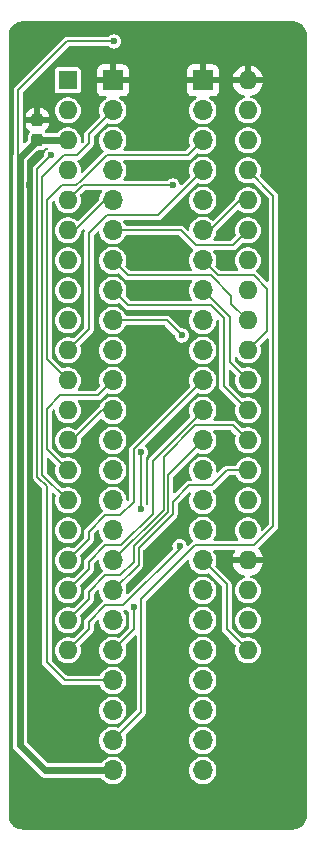
<source format=gbr>
G04 #@! TF.GenerationSoftware,KiCad,Pcbnew,8.0.4+dfsg-1*
G04 #@! TF.CreationDate,2025-02-22T20:55:46+09:00*
G04 #@! TF.ProjectId,bionic-f3850-ldo,62696f6e-6963-42d6-9633-3835302d6c64,6*
G04 #@! TF.SameCoordinates,Original*
G04 #@! TF.FileFunction,Copper,L2,Bot*
G04 #@! TF.FilePolarity,Positive*
%FSLAX46Y46*%
G04 Gerber Fmt 4.6, Leading zero omitted, Abs format (unit mm)*
G04 Created by KiCad (PCBNEW 8.0.4+dfsg-1) date 2025-02-22 20:55:46*
%MOMM*%
%LPD*%
G01*
G04 APERTURE LIST*
G04 Aperture macros list*
%AMRoundRect*
0 Rectangle with rounded corners*
0 $1 Rounding radius*
0 $2 $3 $4 $5 $6 $7 $8 $9 X,Y pos of 4 corners*
0 Add a 4 corners polygon primitive as box body*
4,1,4,$2,$3,$4,$5,$6,$7,$8,$9,$2,$3,0*
0 Add four circle primitives for the rounded corners*
1,1,$1+$1,$2,$3*
1,1,$1+$1,$4,$5*
1,1,$1+$1,$6,$7*
1,1,$1+$1,$8,$9*
0 Add four rect primitives between the rounded corners*
20,1,$1+$1,$2,$3,$4,$5,0*
20,1,$1+$1,$4,$5,$6,$7,0*
20,1,$1+$1,$6,$7,$8,$9,0*
20,1,$1+$1,$8,$9,$2,$3,0*%
G04 Aperture macros list end*
G04 #@! TA.AperFunction,ComponentPad*
%ADD10R,1.600000X1.600000*%
G04 #@! TD*
G04 #@! TA.AperFunction,ComponentPad*
%ADD11O,1.600000X1.600000*%
G04 #@! TD*
G04 #@! TA.AperFunction,SMDPad,CuDef*
%ADD12RoundRect,0.237500X0.237500X-0.300000X0.237500X0.300000X-0.237500X0.300000X-0.237500X-0.300000X0*%
G04 #@! TD*
G04 #@! TA.AperFunction,ComponentPad*
%ADD13R,1.700000X1.700000*%
G04 #@! TD*
G04 #@! TA.AperFunction,ComponentPad*
%ADD14O,1.700000X1.700000*%
G04 #@! TD*
G04 #@! TA.AperFunction,ViaPad*
%ADD15C,0.600000*%
G04 #@! TD*
G04 #@! TA.AperFunction,Conductor*
%ADD16C,0.200000*%
G04 #@! TD*
G04 #@! TA.AperFunction,Conductor*
%ADD17C,0.600000*%
G04 #@! TD*
G04 #@! TA.AperFunction,Conductor*
%ADD18C,0.800000*%
G04 #@! TD*
G04 APERTURE END LIST*
D10*
X106080000Y-75080000D03*
D11*
X106080000Y-77620000D03*
X106080000Y-80160000D03*
X106080000Y-82700000D03*
X106080000Y-85240000D03*
X106080000Y-87780000D03*
X106080000Y-90320000D03*
X106080000Y-92860000D03*
X106080000Y-95400000D03*
X106080000Y-97940000D03*
X106080000Y-100480000D03*
X106080000Y-103020000D03*
X106080000Y-105560000D03*
X106080000Y-108100000D03*
X106080000Y-110640000D03*
X106080000Y-113180000D03*
X106080000Y-115720000D03*
X106080000Y-118260000D03*
X106080000Y-120800000D03*
X106080000Y-123340000D03*
X121320000Y-123340000D03*
X121320000Y-120800000D03*
X121320000Y-118260000D03*
X121320000Y-115720000D03*
X121320000Y-113180000D03*
X121320000Y-110640000D03*
X121320000Y-108100000D03*
X121320000Y-105560000D03*
X121320000Y-103020000D03*
X121320000Y-100480000D03*
X121320000Y-97940000D03*
X121320000Y-95400000D03*
X121320000Y-92860000D03*
X121320000Y-90320000D03*
X121320000Y-87780000D03*
X121320000Y-85240000D03*
X121320000Y-82700000D03*
X121320000Y-80160000D03*
X121320000Y-77620000D03*
X121320000Y-75080000D03*
D12*
X103489200Y-80158900D03*
X103489200Y-78433900D03*
D13*
X109890000Y-75080000D03*
D14*
X109890000Y-77620000D03*
X109890000Y-80160000D03*
X109890000Y-82700000D03*
X109890000Y-85240000D03*
X109890000Y-87780000D03*
X109890000Y-90320000D03*
X109890000Y-92860000D03*
X109890000Y-95400000D03*
X109890000Y-97940000D03*
X109890000Y-100480000D03*
X109890000Y-103020000D03*
X109890000Y-105560000D03*
X109890000Y-108100000D03*
X109890000Y-110640000D03*
X109890000Y-113180000D03*
X109890000Y-115720000D03*
X109890000Y-118260000D03*
X109890000Y-120800000D03*
X109890000Y-123340000D03*
X109890000Y-125880000D03*
X109890000Y-128420000D03*
X109890000Y-130960000D03*
X109890000Y-133500000D03*
X117510000Y-133500000D03*
X117510000Y-130960000D03*
X117510000Y-128420000D03*
X117510000Y-125880000D03*
X117510000Y-123340000D03*
X117510000Y-120800000D03*
X117510000Y-118260000D03*
X117510000Y-115720000D03*
X117510000Y-113180000D03*
X117510000Y-110640000D03*
X117510000Y-108100000D03*
X117510000Y-105560000D03*
X117510000Y-103020000D03*
X117510000Y-100480000D03*
X117510000Y-97940000D03*
X117510000Y-95400000D03*
X117510000Y-92860000D03*
X117510000Y-90320000D03*
X117510000Y-87780000D03*
X117510000Y-85240000D03*
X117510000Y-82700000D03*
X117510000Y-80160000D03*
X117510000Y-77620000D03*
D13*
X117510000Y-75080000D03*
D15*
X109991600Y-71778000D03*
X103413000Y-123340000D03*
X108874000Y-89050000D03*
X107604000Y-131874400D03*
X103540000Y-72032000D03*
X103489200Y-76654800D03*
X124926800Y-100480000D03*
X125003000Y-133500000D03*
X102816000Y-83970000D03*
X113700000Y-123340000D03*
X107858000Y-135125600D03*
X112684000Y-90320000D03*
X103540000Y-81557000D03*
X113700000Y-132230000D03*
X114970000Y-119403000D03*
X103032000Y-137208400D03*
X105013200Y-126489600D03*
X112988800Y-98956000D03*
X103159000Y-110005000D03*
X114970000Y-83970000D03*
X115732000Y-96670000D03*
X112277600Y-106576000D03*
X112277600Y-111402000D03*
X111668000Y-119657000D03*
X115541500Y-114513500D03*
X104683000Y-81430000D03*
D16*
X101889000Y-75918200D02*
X106029200Y-71778000D01*
X103693500Y-80160000D02*
X103540000Y-80006500D01*
D17*
X104175000Y-133500000D02*
X109890000Y-133500000D01*
X102016000Y-81632100D02*
X102016000Y-131341000D01*
X103489200Y-80158900D02*
X102016000Y-81632100D01*
D18*
X103490300Y-80160000D02*
X103489200Y-80158900D01*
D16*
X106029200Y-71778000D02*
X109991600Y-71778000D01*
D17*
X102016000Y-131341000D02*
X104175000Y-133500000D01*
D16*
X101889000Y-81505100D02*
X101889000Y-75918200D01*
X102016000Y-81632100D02*
X101889000Y-81505100D01*
D17*
X106080000Y-80160000D02*
X103490300Y-80160000D01*
D16*
X123479000Y-112840450D02*
X123479000Y-84859000D01*
X112303000Y-119022000D02*
X116875000Y-114450000D01*
X121869450Y-114450000D02*
X123479000Y-112840450D01*
X109890000Y-130960000D02*
X112303000Y-128547000D01*
X123479000Y-84859000D02*
X121320000Y-82700000D01*
X112303000Y-128547000D02*
X112303000Y-119022000D01*
X116875000Y-114450000D02*
X121869450Y-114450000D01*
X121320000Y-100480000D02*
X119796000Y-98956000D01*
X119796000Y-95146000D02*
X117510000Y-92860000D01*
X119796000Y-98956000D02*
X119796000Y-95146000D01*
X119542000Y-117752000D02*
X119542000Y-121562000D01*
X119542000Y-121562000D02*
X121320000Y-123340000D01*
X117510000Y-115720000D02*
X119542000Y-117752000D01*
X117510000Y-87780000D02*
X118145000Y-87780000D01*
X118145000Y-87780000D02*
X120685000Y-85240000D01*
X120685000Y-85240000D02*
X121320000Y-85240000D01*
X106950000Y-84370000D02*
X106080000Y-85240000D01*
X107374336Y-83970000D02*
X106974336Y-84370000D01*
X114970000Y-83970000D02*
X107374336Y-83970000D01*
X106974336Y-84370000D02*
X106950000Y-84370000D01*
X113700000Y-86510000D02*
X109382000Y-86510000D01*
X109382000Y-86510000D02*
X107858000Y-88034000D01*
X107858000Y-88034000D02*
X107858000Y-96162000D01*
X117510000Y-82700000D02*
X113700000Y-86510000D01*
X107858000Y-96162000D02*
X106080000Y-97940000D01*
X107225325Y-83570000D02*
X107208650Y-83570000D01*
X104302000Y-98702000D02*
X106080000Y-100480000D01*
X109365325Y-81430000D02*
X107225325Y-83570000D01*
X107208650Y-83570000D02*
X106808650Y-83970000D01*
X116240000Y-81430000D02*
X109365325Y-81430000D01*
X106808650Y-83970000D02*
X105550100Y-83970000D01*
X105550100Y-83970000D02*
X104302000Y-85218100D01*
X117510000Y-80160000D02*
X116240000Y-81430000D01*
X104302000Y-85218100D02*
X104302000Y-98702000D01*
X114462000Y-95400000D02*
X109890000Y-95400000D01*
X115732000Y-96670000D02*
X114462000Y-95400000D01*
X114193300Y-106937043D02*
X116840343Y-104290000D01*
X116840343Y-104290000D02*
X120050000Y-104290000D01*
X114193300Y-111416700D02*
X114193300Y-106937043D01*
X109890000Y-115720000D02*
X114193300Y-111416700D01*
X120050000Y-104290000D02*
X121320000Y-105560000D01*
X111210800Y-94130000D02*
X109940800Y-92860000D01*
X109940800Y-92860000D02*
X109890000Y-92860000D01*
X119288000Y-100988000D02*
X119288000Y-95232900D01*
X118185100Y-94130000D02*
X111210800Y-94130000D01*
X119288000Y-95232900D02*
X118185100Y-94130000D01*
X121320000Y-103020000D02*
X119288000Y-100988000D01*
X118208500Y-91590000D02*
X119923000Y-93304500D01*
X109890000Y-90320000D02*
X111160000Y-91590000D01*
X119923000Y-94003000D02*
X121320000Y-95400000D01*
X119923000Y-93304500D02*
X119923000Y-94003000D01*
X111160000Y-91590000D02*
X118208500Y-91590000D01*
X109255000Y-111910000D02*
X107858000Y-113307000D01*
X117510000Y-100480000D02*
X111668000Y-106322000D01*
X107858000Y-113307000D02*
X107858000Y-113942000D01*
X107858000Y-113942000D02*
X106080000Y-115720000D01*
X110525000Y-111910000D02*
X109255000Y-111910000D01*
X111668000Y-110767000D02*
X110525000Y-111910000D01*
X111668000Y-106322000D02*
X111668000Y-110767000D01*
X109890000Y-87780000D02*
X115630400Y-87780000D01*
X120050000Y-89050000D02*
X121320000Y-87780000D01*
X116900400Y-89050000D02*
X120050000Y-89050000D01*
X115630400Y-87780000D02*
X116900400Y-89050000D01*
X113298100Y-111746214D02*
X113298100Y-107266557D01*
X117510000Y-103054657D02*
X117510000Y-103020000D01*
X107858000Y-116482000D02*
X107858000Y-115847000D01*
X113298100Y-107266557D02*
X117510000Y-103054657D01*
X106080000Y-118260000D02*
X107858000Y-116482000D01*
X107858000Y-115847000D02*
X109255000Y-114450000D01*
X109255000Y-114450000D02*
X110594314Y-114450000D01*
X110594314Y-114450000D02*
X113298100Y-111746214D01*
X106715000Y-87780000D02*
X106080000Y-87780000D01*
X109890000Y-85240000D02*
X109255000Y-85240000D01*
X109255000Y-85240000D02*
X106715000Y-87780000D01*
X114593300Y-111582386D02*
X114593300Y-108476700D01*
X111668000Y-114507686D02*
X114593300Y-111582386D01*
X106080000Y-120800000D02*
X107858000Y-119022000D01*
X110525000Y-116990000D02*
X111668000Y-115847000D01*
X107858000Y-119022000D02*
X107858000Y-118387000D01*
X114593300Y-108476700D02*
X117510000Y-105560000D01*
X111668000Y-115847000D02*
X111668000Y-114507686D01*
X109255000Y-116990000D02*
X110525000Y-116990000D01*
X107858000Y-118387000D02*
X109255000Y-116990000D01*
X103902000Y-83252400D02*
X103902000Y-108462000D01*
X106842000Y-81430000D02*
X105724400Y-81430000D01*
X103902000Y-108462000D02*
X106080000Y-110640000D01*
X105724400Y-81430000D02*
X103902000Y-83252400D01*
X109890000Y-77620000D02*
X107858000Y-79652000D01*
X107858000Y-79652000D02*
X107858000Y-80414000D01*
X107858000Y-80414000D02*
X106842000Y-81430000D01*
X106461000Y-105560000D02*
X109001000Y-103020000D01*
X109001000Y-103020000D02*
X109890000Y-103020000D01*
X106080000Y-105560000D02*
X106461000Y-105560000D01*
X109890000Y-100480000D02*
X108620000Y-101750000D01*
X104302000Y-102893000D02*
X104302000Y-106322000D01*
X108620000Y-101750000D02*
X105445000Y-101750000D01*
X105445000Y-101750000D02*
X104302000Y-102893000D01*
X104302000Y-106322000D02*
X106080000Y-108100000D01*
X112068000Y-114685000D02*
X112068000Y-116082000D01*
X118272000Y-109370000D02*
X116367000Y-109370000D01*
X116367000Y-109370000D02*
X114993300Y-110743700D01*
X119542000Y-108100000D02*
X118272000Y-109370000D01*
X114993300Y-110743700D02*
X114993300Y-111759700D01*
X114993300Y-111759700D02*
X112068000Y-114685000D01*
X121320000Y-108100000D02*
X119542000Y-108100000D01*
X112068000Y-116082000D02*
X109890000Y-118260000D01*
X121828000Y-91590000D02*
X122971000Y-92733000D01*
X117510000Y-90320000D02*
X118780000Y-91590000D01*
X122971000Y-92733000D02*
X122971000Y-96289000D01*
X122971000Y-96289000D02*
X121320000Y-97940000D01*
X118780000Y-91590000D02*
X121828000Y-91590000D01*
X111668000Y-119657000D02*
X111668000Y-121562000D01*
X112277600Y-111402000D02*
X112277600Y-106576000D01*
X111668000Y-121562000D02*
X109890000Y-123340000D01*
X110779000Y-119530000D02*
X109255000Y-119530000D01*
X107858000Y-120927000D02*
X107858000Y-121562000D01*
X109255000Y-119530000D02*
X107858000Y-120927000D01*
X107858000Y-121562000D02*
X106080000Y-123340000D01*
X115541500Y-114767500D02*
X110779000Y-119530000D01*
X115541500Y-114513500D02*
X115541500Y-114767500D01*
X104683000Y-81430000D02*
X103502000Y-82611000D01*
X103502000Y-82611000D02*
X103502000Y-108627686D01*
X103502000Y-108627686D02*
X104302000Y-109427686D01*
X104302000Y-124356000D02*
X105826000Y-125880000D01*
X105826000Y-125880000D02*
X109890000Y-125880000D01*
X104302000Y-109427686D02*
X104302000Y-124356000D01*
G04 #@! TA.AperFunction,Conductor*
G36*
X125133875Y-70075805D02*
G01*
X125309097Y-70089594D01*
X125324430Y-70092023D01*
X125491550Y-70132145D01*
X125506317Y-70136943D01*
X125665104Y-70202715D01*
X125678926Y-70209758D01*
X125825469Y-70299560D01*
X125838032Y-70308688D01*
X125968717Y-70420303D01*
X125979699Y-70431285D01*
X126091311Y-70561967D01*
X126100440Y-70574532D01*
X126190238Y-70721068D01*
X126197287Y-70734902D01*
X126263054Y-70893678D01*
X126267855Y-70908453D01*
X126307975Y-71075564D01*
X126310405Y-71090907D01*
X126318437Y-71192956D01*
X126323198Y-71253462D01*
X126324195Y-71266123D01*
X126324500Y-71273891D01*
X126324500Y-137306108D01*
X126324195Y-137313876D01*
X126310405Y-137489092D01*
X126307975Y-137504435D01*
X126267855Y-137671546D01*
X126263054Y-137686321D01*
X126197287Y-137845097D01*
X126190234Y-137858939D01*
X126100442Y-138005465D01*
X126091311Y-138018032D01*
X125979699Y-138148714D01*
X125968714Y-138159699D01*
X125838032Y-138271311D01*
X125825465Y-138280442D01*
X125678939Y-138370234D01*
X125665097Y-138377287D01*
X125506321Y-138443054D01*
X125491546Y-138447855D01*
X125324435Y-138487975D01*
X125309092Y-138490405D01*
X125149743Y-138502946D01*
X125133874Y-138504195D01*
X125126108Y-138504500D01*
X102273892Y-138504500D01*
X102266125Y-138504195D01*
X102247014Y-138502691D01*
X102090907Y-138490405D01*
X102075564Y-138487975D01*
X101908453Y-138447855D01*
X101893678Y-138443054D01*
X101734902Y-138377287D01*
X101721068Y-138370238D01*
X101574532Y-138280440D01*
X101561967Y-138271311D01*
X101462706Y-138186535D01*
X101431282Y-138159696D01*
X101420303Y-138148717D01*
X101308688Y-138018032D01*
X101299560Y-138005469D01*
X101209758Y-137858926D01*
X101202715Y-137845104D01*
X101136943Y-137686317D01*
X101132144Y-137671546D01*
X101092024Y-137504435D01*
X101089594Y-137489097D01*
X101075805Y-137313875D01*
X101075500Y-137306108D01*
X101075500Y-81553043D01*
X101415499Y-81553043D01*
X101415499Y-81553045D01*
X101415499Y-81719131D01*
X101415500Y-81719144D01*
X101415500Y-131255863D01*
X101415499Y-131255881D01*
X101415499Y-131261943D01*
X101415499Y-131420057D01*
X101456423Y-131572785D01*
X101461620Y-131581785D01*
X101461621Y-131581789D01*
X101535478Y-131709713D01*
X101535480Y-131709716D01*
X101647284Y-131821520D01*
X101647286Y-131821521D01*
X103694478Y-133868713D01*
X103694480Y-133868716D01*
X103806284Y-133980520D01*
X103806286Y-133980521D01*
X103806289Y-133980524D01*
X103806288Y-133980524D01*
X103893091Y-134030637D01*
X103893093Y-134030639D01*
X103893094Y-134030639D01*
X103915916Y-134043815D01*
X103943215Y-134059577D01*
X104095943Y-134100500D01*
X104254057Y-134100500D01*
X108852482Y-134100500D01*
X108910673Y-134119407D01*
X108931483Y-134139836D01*
X109036128Y-134278407D01*
X109036135Y-134278413D01*
X109193692Y-134422047D01*
X109193699Y-134422053D01*
X109297389Y-134486255D01*
X109374981Y-134534298D01*
X109573802Y-134611321D01*
X109783390Y-134650500D01*
X109996610Y-134650500D01*
X110206198Y-134611321D01*
X110405019Y-134534298D01*
X110586302Y-134422052D01*
X110743872Y-134278407D01*
X110872366Y-134108255D01*
X110967405Y-133917389D01*
X111025756Y-133712310D01*
X111045429Y-133500000D01*
X116354571Y-133500000D01*
X116374244Y-133712310D01*
X116418745Y-133868713D01*
X116432596Y-133917391D01*
X116523772Y-134100500D01*
X116527634Y-134108255D01*
X116656128Y-134278407D01*
X116656135Y-134278413D01*
X116813692Y-134422047D01*
X116813699Y-134422053D01*
X116917389Y-134486255D01*
X116994981Y-134534298D01*
X117193802Y-134611321D01*
X117403390Y-134650500D01*
X117616610Y-134650500D01*
X117826198Y-134611321D01*
X118025019Y-134534298D01*
X118206302Y-134422052D01*
X118363872Y-134278407D01*
X118492366Y-134108255D01*
X118587405Y-133917389D01*
X118645756Y-133712310D01*
X118665429Y-133500000D01*
X118645756Y-133287690D01*
X118587405Y-133082611D01*
X118492366Y-132891745D01*
X118363872Y-132721593D01*
X118309623Y-132672139D01*
X118206307Y-132577952D01*
X118206300Y-132577946D01*
X118025024Y-132465705D01*
X118025019Y-132465702D01*
X117826195Y-132388678D01*
X117616610Y-132349500D01*
X117403390Y-132349500D01*
X117193804Y-132388678D01*
X116994980Y-132465702D01*
X116994975Y-132465705D01*
X116813699Y-132577946D01*
X116813692Y-132577952D01*
X116656135Y-132721586D01*
X116656131Y-132721589D01*
X116656128Y-132721593D01*
X116656125Y-132721597D01*
X116527635Y-132891743D01*
X116527630Y-132891752D01*
X116432596Y-133082608D01*
X116374244Y-133287688D01*
X116374244Y-133287690D01*
X116354571Y-133500000D01*
X111045429Y-133500000D01*
X111025756Y-133287690D01*
X110967405Y-133082611D01*
X110872366Y-132891745D01*
X110743872Y-132721593D01*
X110689623Y-132672139D01*
X110586307Y-132577952D01*
X110586300Y-132577946D01*
X110405024Y-132465705D01*
X110405019Y-132465702D01*
X110206195Y-132388678D01*
X109996610Y-132349500D01*
X109783390Y-132349500D01*
X109573804Y-132388678D01*
X109374980Y-132465702D01*
X109374975Y-132465705D01*
X109193699Y-132577946D01*
X109193692Y-132577952D01*
X109036135Y-132721586D01*
X109036131Y-132721589D01*
X109036128Y-132721593D01*
X108931484Y-132860161D01*
X108881329Y-132895204D01*
X108852482Y-132899500D01*
X104464743Y-132899500D01*
X104406552Y-132880593D01*
X104394739Y-132870504D01*
X102645496Y-131121261D01*
X102617719Y-131066744D01*
X102616500Y-131051257D01*
X102616500Y-128420000D01*
X108734571Y-128420000D01*
X108754244Y-128632310D01*
X108812595Y-128837389D01*
X108907634Y-129028255D01*
X109036128Y-129198407D01*
X109036135Y-129198413D01*
X109193692Y-129342047D01*
X109193699Y-129342053D01*
X109297389Y-129406255D01*
X109374981Y-129454298D01*
X109573802Y-129531321D01*
X109783390Y-129570500D01*
X109996610Y-129570500D01*
X110206198Y-129531321D01*
X110405019Y-129454298D01*
X110586302Y-129342052D01*
X110743872Y-129198407D01*
X110872366Y-129028255D01*
X110967405Y-128837389D01*
X111025756Y-128632310D01*
X111045429Y-128420000D01*
X111025756Y-128207690D01*
X110967405Y-128002611D01*
X110872366Y-127811745D01*
X110743872Y-127641593D01*
X110689623Y-127592139D01*
X110586307Y-127497952D01*
X110586300Y-127497946D01*
X110405024Y-127385705D01*
X110405019Y-127385702D01*
X110206195Y-127308678D01*
X109996610Y-127269500D01*
X109783390Y-127269500D01*
X109573804Y-127308678D01*
X109374980Y-127385702D01*
X109374975Y-127385705D01*
X109193699Y-127497946D01*
X109193692Y-127497952D01*
X109036135Y-127641586D01*
X109036131Y-127641589D01*
X109036128Y-127641593D01*
X109036125Y-127641597D01*
X108907635Y-127811743D01*
X108907630Y-127811752D01*
X108812596Y-128002608D01*
X108754244Y-128207688D01*
X108754244Y-128207690D01*
X108734571Y-128420000D01*
X102616500Y-128420000D01*
X102616500Y-81921843D01*
X102635407Y-81863652D01*
X102645496Y-81851839D01*
X103471439Y-81025896D01*
X103525956Y-80998119D01*
X103541443Y-80996900D01*
X103768816Y-80996900D01*
X103768818Y-80996900D01*
X103855277Y-80986517D01*
X103992858Y-80932262D01*
X104110700Y-80842900D01*
X104143474Y-80799680D01*
X104193701Y-80764738D01*
X104222358Y-80760500D01*
X104277435Y-80760500D01*
X104335626Y-80779407D01*
X104371590Y-80828907D01*
X104371590Y-80890093D01*
X104337702Y-80938042D01*
X104254723Y-81001713D01*
X104254719Y-81001716D01*
X104254718Y-81001718D01*
X104254716Y-81001721D01*
X104158462Y-81127160D01*
X104158462Y-81127161D01*
X104097957Y-81273233D01*
X104097955Y-81273241D01*
X104076471Y-81436433D01*
X104074742Y-81436205D01*
X104058411Y-81486471D01*
X104048322Y-81498283D01*
X103181520Y-82365086D01*
X103181516Y-82365091D01*
X103128793Y-82456411D01*
X103128792Y-82456411D01*
X103128793Y-82456412D01*
X103128793Y-82456413D01*
X103101500Y-82558273D01*
X103101500Y-108574959D01*
X103101500Y-108680413D01*
X103125570Y-108770245D01*
X103128794Y-108782278D01*
X103181516Y-108873594D01*
X103181518Y-108873596D01*
X103181520Y-108873599D01*
X103872505Y-109564584D01*
X103900281Y-109619099D01*
X103901500Y-109634586D01*
X103901500Y-124303273D01*
X103901500Y-124408727D01*
X103912913Y-124451321D01*
X103928794Y-124510592D01*
X103981516Y-124601908D01*
X103981517Y-124601909D01*
X103981518Y-124601910D01*
X103981520Y-124601913D01*
X104804235Y-125424628D01*
X105505519Y-126125912D01*
X105505520Y-126125913D01*
X105505519Y-126125913D01*
X105580087Y-126200480D01*
X105671413Y-126253207D01*
X105773273Y-126280500D01*
X108742887Y-126280500D01*
X108801078Y-126299407D01*
X108831508Y-126335372D01*
X108907634Y-126488255D01*
X109036128Y-126658407D01*
X109036135Y-126658413D01*
X109193692Y-126802047D01*
X109193699Y-126802053D01*
X109297389Y-126866255D01*
X109374981Y-126914298D01*
X109573802Y-126991321D01*
X109783390Y-127030500D01*
X109996610Y-127030500D01*
X110206198Y-126991321D01*
X110405019Y-126914298D01*
X110586302Y-126802052D01*
X110743872Y-126658407D01*
X110872366Y-126488255D01*
X110967405Y-126297389D01*
X111025756Y-126092310D01*
X111045429Y-125880000D01*
X111025756Y-125667690D01*
X110967405Y-125462611D01*
X110872366Y-125271745D01*
X110743872Y-125101593D01*
X110689623Y-125052139D01*
X110586307Y-124957952D01*
X110586300Y-124957946D01*
X110405024Y-124845705D01*
X110405019Y-124845702D01*
X110206195Y-124768678D01*
X109996610Y-124729500D01*
X109783390Y-124729500D01*
X109573804Y-124768678D01*
X109374980Y-124845702D01*
X109374975Y-124845705D01*
X109193699Y-124957946D01*
X109193692Y-124957952D01*
X109036135Y-125101586D01*
X109036131Y-125101589D01*
X109036128Y-125101593D01*
X109036125Y-125101597D01*
X108907635Y-125271743D01*
X108907630Y-125271752D01*
X108831508Y-125424628D01*
X108788646Y-125468290D01*
X108742887Y-125479500D01*
X106032901Y-125479500D01*
X105974710Y-125460593D01*
X105962897Y-125450504D01*
X104731496Y-124219103D01*
X104703719Y-124164586D01*
X104702500Y-124149099D01*
X104702500Y-113180000D01*
X104974785Y-113180000D01*
X104993603Y-113383083D01*
X105049418Y-113579250D01*
X105140327Y-113761821D01*
X105263236Y-113924579D01*
X105413959Y-114061981D01*
X105587363Y-114169348D01*
X105777544Y-114243024D01*
X105978024Y-114280500D01*
X106181976Y-114280500D01*
X106382456Y-114243024D01*
X106572637Y-114169348D01*
X106746041Y-114061981D01*
X106896764Y-113924579D01*
X107019673Y-113761821D01*
X107110582Y-113579250D01*
X107166397Y-113383083D01*
X107185215Y-113180000D01*
X107166397Y-112976917D01*
X107110582Y-112780750D01*
X107019673Y-112598179D01*
X106896764Y-112435421D01*
X106746041Y-112298019D01*
X106572637Y-112190652D01*
X106382456Y-112116976D01*
X106382455Y-112116975D01*
X106382453Y-112116975D01*
X106181976Y-112079500D01*
X105978024Y-112079500D01*
X105777546Y-112116975D01*
X105707632Y-112144059D01*
X105587363Y-112190652D01*
X105478676Y-112257948D01*
X105413959Y-112298019D01*
X105263237Y-112435420D01*
X105140328Y-112598177D01*
X105140323Y-112598186D01*
X105058450Y-112762611D01*
X105049418Y-112780750D01*
X104993603Y-112976917D01*
X104974785Y-113180000D01*
X104702500Y-113180000D01*
X104702500Y-110067901D01*
X104721407Y-110009710D01*
X104770907Y-109973746D01*
X104832093Y-109973746D01*
X104871504Y-109997897D01*
X105022663Y-110149056D01*
X105050440Y-110203573D01*
X105047880Y-110246152D01*
X104993603Y-110436915D01*
X104993603Y-110436917D01*
X104974785Y-110640000D01*
X104993603Y-110843083D01*
X105049418Y-111039250D01*
X105140327Y-111221821D01*
X105263236Y-111384579D01*
X105413959Y-111521981D01*
X105587363Y-111629348D01*
X105777544Y-111703024D01*
X105978024Y-111740500D01*
X106181976Y-111740500D01*
X106382456Y-111703024D01*
X106572637Y-111629348D01*
X106746041Y-111521981D01*
X106896764Y-111384579D01*
X107019673Y-111221821D01*
X107110582Y-111039250D01*
X107166397Y-110843083D01*
X107185215Y-110640000D01*
X107166397Y-110436917D01*
X107110582Y-110240750D01*
X107019673Y-110058179D01*
X106896764Y-109895421D01*
X106746041Y-109758019D01*
X106572637Y-109650652D01*
X106382456Y-109576976D01*
X106382455Y-109576975D01*
X106382453Y-109576975D01*
X106181976Y-109539500D01*
X105978024Y-109539500D01*
X105777552Y-109576974D01*
X105777546Y-109576975D01*
X105777544Y-109576976D01*
X105711296Y-109602639D01*
X105697738Y-109607892D01*
X105636647Y-109611281D01*
X105591973Y-109585580D01*
X104331496Y-108325103D01*
X104303719Y-108270586D01*
X104302500Y-108255099D01*
X104302500Y-107127900D01*
X104321407Y-107069709D01*
X104370907Y-107033745D01*
X104432093Y-107033745D01*
X104471503Y-107057895D01*
X104751857Y-107338250D01*
X105022663Y-107609056D01*
X105050440Y-107663573D01*
X105047880Y-107706152D01*
X104993603Y-107896915D01*
X104974785Y-108099999D01*
X104974785Y-108100000D01*
X104993603Y-108303083D01*
X105049418Y-108499250D01*
X105140327Y-108681821D01*
X105263236Y-108844579D01*
X105413959Y-108981981D01*
X105587363Y-109089348D01*
X105777544Y-109163024D01*
X105978024Y-109200500D01*
X106181976Y-109200500D01*
X106382456Y-109163024D01*
X106572637Y-109089348D01*
X106746041Y-108981981D01*
X106896764Y-108844579D01*
X107019673Y-108681821D01*
X107110582Y-108499250D01*
X107166397Y-108303083D01*
X107185215Y-108100000D01*
X108734571Y-108100000D01*
X108749969Y-108266180D01*
X108754244Y-108312310D01*
X108812595Y-108517389D01*
X108907634Y-108708255D01*
X109036128Y-108878407D01*
X109036135Y-108878413D01*
X109193692Y-109022047D01*
X109193699Y-109022053D01*
X109238060Y-109049520D01*
X109374981Y-109134298D01*
X109573802Y-109211321D01*
X109783390Y-109250500D01*
X109996610Y-109250500D01*
X110206198Y-109211321D01*
X110405019Y-109134298D01*
X110586302Y-109022052D01*
X110743872Y-108878407D01*
X110872366Y-108708255D01*
X110967405Y-108517389D01*
X111025756Y-108312310D01*
X111045429Y-108100000D01*
X111025756Y-107887690D01*
X110967405Y-107682611D01*
X110872366Y-107491745D01*
X110743872Y-107321593D01*
X110689623Y-107272139D01*
X110586307Y-107177952D01*
X110586300Y-107177946D01*
X110405024Y-107065705D01*
X110405019Y-107065702D01*
X110288720Y-107020648D01*
X110206198Y-106988679D01*
X110206197Y-106988678D01*
X110206195Y-106988678D01*
X109996610Y-106949500D01*
X109783390Y-106949500D01*
X109573804Y-106988678D01*
X109374980Y-107065702D01*
X109374975Y-107065705D01*
X109193699Y-107177946D01*
X109193692Y-107177952D01*
X109036135Y-107321586D01*
X109036131Y-107321589D01*
X109036128Y-107321593D01*
X109036125Y-107321597D01*
X108907635Y-107491743D01*
X108907630Y-107491752D01*
X108812596Y-107682608D01*
X108754244Y-107887688D01*
X108734571Y-108100000D01*
X107185215Y-108100000D01*
X107166397Y-107896917D01*
X107110582Y-107700750D01*
X107019673Y-107518179D01*
X106896764Y-107355421D01*
X106746041Y-107218019D01*
X106572637Y-107110652D01*
X106382456Y-107036976D01*
X106382455Y-107036975D01*
X106382453Y-107036975D01*
X106181976Y-106999500D01*
X105978024Y-106999500D01*
X105777544Y-107036975D01*
X105697739Y-107067892D01*
X105636648Y-107071282D01*
X105591973Y-107045581D01*
X105169416Y-106623024D01*
X104731496Y-106185103D01*
X104703719Y-106130586D01*
X104702500Y-106115099D01*
X104702500Y-105560000D01*
X104974785Y-105560000D01*
X104993603Y-105763083D01*
X105049418Y-105959250D01*
X105140327Y-106141821D01*
X105263236Y-106304579D01*
X105413959Y-106441981D01*
X105587363Y-106549348D01*
X105777544Y-106623024D01*
X105978024Y-106660500D01*
X106181976Y-106660500D01*
X106382456Y-106623024D01*
X106572637Y-106549348D01*
X106746041Y-106441981D01*
X106896764Y-106304579D01*
X107019673Y-106141821D01*
X107110582Y-105959250D01*
X107166397Y-105763083D01*
X107185215Y-105560000D01*
X108734571Y-105560000D01*
X108754244Y-105772310D01*
X108807434Y-105959252D01*
X108812596Y-105977391D01*
X108842264Y-106036974D01*
X108907634Y-106168255D01*
X109036128Y-106338407D01*
X109036135Y-106338413D01*
X109193692Y-106482047D01*
X109193699Y-106482053D01*
X109297389Y-106546255D01*
X109374981Y-106594298D01*
X109573802Y-106671321D01*
X109783390Y-106710500D01*
X109996610Y-106710500D01*
X110206198Y-106671321D01*
X110405019Y-106594298D01*
X110586302Y-106482052D01*
X110743872Y-106338407D01*
X110872366Y-106168255D01*
X110967405Y-105977389D01*
X111025756Y-105772310D01*
X111045429Y-105560000D01*
X111025756Y-105347690D01*
X110967405Y-105142611D01*
X110872366Y-104951745D01*
X110743872Y-104781593D01*
X110646237Y-104692586D01*
X110586307Y-104637952D01*
X110586300Y-104637946D01*
X110405024Y-104525705D01*
X110405019Y-104525702D01*
X110206195Y-104448678D01*
X109996610Y-104409500D01*
X109783390Y-104409500D01*
X109573804Y-104448678D01*
X109374980Y-104525702D01*
X109374975Y-104525705D01*
X109193699Y-104637946D01*
X109193692Y-104637952D01*
X109036135Y-104781586D01*
X109036131Y-104781589D01*
X109036128Y-104781593D01*
X109036125Y-104781597D01*
X108907635Y-104951743D01*
X108907630Y-104951752D01*
X108812596Y-105142608D01*
X108754244Y-105347688D01*
X108747955Y-105415561D01*
X108734571Y-105560000D01*
X107185215Y-105560000D01*
X107176118Y-105461834D01*
X107189576Y-105402151D01*
X107204688Y-105382703D01*
X108849349Y-103738042D01*
X108903864Y-103710267D01*
X108964296Y-103719838D01*
X108998352Y-103748384D01*
X109036128Y-103798407D01*
X109036135Y-103798413D01*
X109193692Y-103942047D01*
X109193699Y-103942053D01*
X109238055Y-103969517D01*
X109374981Y-104054298D01*
X109573802Y-104131321D01*
X109783390Y-104170500D01*
X109996610Y-104170500D01*
X110206198Y-104131321D01*
X110405019Y-104054298D01*
X110586302Y-103942052D01*
X110743872Y-103798407D01*
X110872366Y-103628255D01*
X110967405Y-103437389D01*
X111025756Y-103232310D01*
X111045429Y-103020000D01*
X111025756Y-102807690D01*
X110967405Y-102602611D01*
X110872366Y-102411745D01*
X110743872Y-102241593D01*
X110681661Y-102184880D01*
X110586307Y-102097952D01*
X110586300Y-102097946D01*
X110405024Y-101985705D01*
X110405019Y-101985702D01*
X110206195Y-101908678D01*
X109996610Y-101869500D01*
X109783390Y-101869500D01*
X109573804Y-101908678D01*
X109374980Y-101985702D01*
X109374975Y-101985705D01*
X109193699Y-102097946D01*
X109193692Y-102097952D01*
X109036135Y-102241586D01*
X109036131Y-102241589D01*
X109036128Y-102241593D01*
X109036125Y-102241597D01*
X108907635Y-102411743D01*
X108907630Y-102411752D01*
X108812595Y-102602609D01*
X108812592Y-102602618D01*
X108801883Y-102640255D01*
X108767772Y-102691050D01*
X108756173Y-102698892D01*
X108755092Y-102699516D01*
X108755090Y-102699517D01*
X106820355Y-104634251D01*
X106765838Y-104662028D01*
X106705406Y-104652457D01*
X106698247Y-104648426D01*
X106572637Y-104570652D01*
X106382456Y-104496976D01*
X106382455Y-104496975D01*
X106382453Y-104496975D01*
X106181976Y-104459500D01*
X105978024Y-104459500D01*
X105777546Y-104496975D01*
X105755334Y-104505580D01*
X105587363Y-104570652D01*
X105413959Y-104678019D01*
X105263237Y-104815420D01*
X105140328Y-104978177D01*
X105140323Y-104978186D01*
X105058450Y-105142611D01*
X105049418Y-105160750D01*
X104993603Y-105356917D01*
X104974785Y-105560000D01*
X104702500Y-105560000D01*
X104702500Y-103099899D01*
X104721407Y-103041708D01*
X104731490Y-103029902D01*
X104805871Y-102955521D01*
X104860384Y-102927745D01*
X104920816Y-102937316D01*
X104964081Y-102980580D01*
X104974450Y-103016391D01*
X104990981Y-103194786D01*
X104993603Y-103223083D01*
X105049418Y-103419250D01*
X105140327Y-103601821D01*
X105263236Y-103764579D01*
X105413959Y-103901981D01*
X105587363Y-104009348D01*
X105777544Y-104083024D01*
X105978024Y-104120500D01*
X106181976Y-104120500D01*
X106382456Y-104083024D01*
X106572637Y-104009348D01*
X106746041Y-103901981D01*
X106896764Y-103764579D01*
X107019673Y-103601821D01*
X107110582Y-103419250D01*
X107166397Y-103223083D01*
X107185215Y-103020000D01*
X107166397Y-102816917D01*
X107110582Y-102620750D01*
X107019673Y-102438179D01*
X106922240Y-102309157D01*
X106902263Y-102251330D01*
X106920092Y-102192799D01*
X106968918Y-102155927D01*
X107001246Y-102150500D01*
X108672725Y-102150500D01*
X108672727Y-102150500D01*
X108774588Y-102123207D01*
X108774590Y-102123205D01*
X108774592Y-102123205D01*
X108865908Y-102070483D01*
X108865908Y-102070482D01*
X108865913Y-102070480D01*
X109363326Y-101573065D01*
X109417841Y-101545290D01*
X109469090Y-101550756D01*
X109573802Y-101591321D01*
X109783390Y-101630500D01*
X109996610Y-101630500D01*
X110206198Y-101591321D01*
X110405019Y-101514298D01*
X110586302Y-101402052D01*
X110743872Y-101258407D01*
X110872366Y-101088255D01*
X110967405Y-100897389D01*
X111025756Y-100692310D01*
X111045429Y-100480000D01*
X111025756Y-100267690D01*
X110967405Y-100062611D01*
X110872366Y-99871745D01*
X110743872Y-99701593D01*
X110689623Y-99652139D01*
X110586307Y-99557952D01*
X110586300Y-99557946D01*
X110405024Y-99445705D01*
X110405019Y-99445702D01*
X110206195Y-99368678D01*
X109996610Y-99329500D01*
X109783390Y-99329500D01*
X109573804Y-99368678D01*
X109374980Y-99445702D01*
X109374975Y-99445705D01*
X109193699Y-99557946D01*
X109193692Y-99557952D01*
X109036135Y-99701586D01*
X109036131Y-99701589D01*
X109036128Y-99701593D01*
X109036125Y-99701597D01*
X108907635Y-99871743D01*
X108907630Y-99871752D01*
X108812596Y-100062608D01*
X108754244Y-100267688D01*
X108734571Y-100480000D01*
X108754244Y-100692311D01*
X108812598Y-100897401D01*
X108814249Y-100901661D01*
X108812873Y-100902193D01*
X108820975Y-100956662D01*
X108793348Y-101010257D01*
X108483104Y-101320503D01*
X108428587Y-101348281D01*
X108413100Y-101349500D01*
X107001246Y-101349500D01*
X106943055Y-101330593D01*
X106907091Y-101281093D01*
X106907091Y-101219907D01*
X106922239Y-101190844D01*
X107019673Y-101061821D01*
X107110582Y-100879250D01*
X107166397Y-100683083D01*
X107185215Y-100480000D01*
X107166397Y-100276917D01*
X107110582Y-100080750D01*
X107019673Y-99898179D01*
X106896764Y-99735421D01*
X106746041Y-99598019D01*
X106572637Y-99490652D01*
X106382456Y-99416976D01*
X106382455Y-99416975D01*
X106382453Y-99416975D01*
X106181976Y-99379500D01*
X105978024Y-99379500D01*
X105777544Y-99416975D01*
X105697739Y-99447892D01*
X105636648Y-99451282D01*
X105591973Y-99425581D01*
X105169416Y-99003024D01*
X104731496Y-98565103D01*
X104703719Y-98510586D01*
X104702500Y-98495099D01*
X104702500Y-95400000D01*
X104974785Y-95400000D01*
X104993603Y-95603083D01*
X105049418Y-95799250D01*
X105140327Y-95981821D01*
X105263236Y-96144579D01*
X105413959Y-96281981D01*
X105587363Y-96389348D01*
X105777544Y-96463024D01*
X105978024Y-96500500D01*
X106181976Y-96500500D01*
X106382456Y-96463024D01*
X106572637Y-96389348D01*
X106746041Y-96281981D01*
X106896764Y-96144579D01*
X107019673Y-95981821D01*
X107110582Y-95799250D01*
X107166397Y-95603083D01*
X107185215Y-95400000D01*
X107166397Y-95196917D01*
X107110582Y-95000750D01*
X107019673Y-94818179D01*
X106896764Y-94655421D01*
X106746041Y-94518019D01*
X106572637Y-94410652D01*
X106382456Y-94336976D01*
X106382455Y-94336975D01*
X106382453Y-94336975D01*
X106181976Y-94299500D01*
X105978024Y-94299500D01*
X105777546Y-94336975D01*
X105755334Y-94345580D01*
X105587363Y-94410652D01*
X105437881Y-94503207D01*
X105413959Y-94518019D01*
X105263237Y-94655420D01*
X105140328Y-94818177D01*
X105140323Y-94818186D01*
X105054067Y-94991413D01*
X105049418Y-95000750D01*
X104993603Y-95196917D01*
X104974785Y-95400000D01*
X104702500Y-95400000D01*
X104702500Y-92860000D01*
X104974785Y-92860000D01*
X104993603Y-93063083D01*
X105049418Y-93259250D01*
X105140327Y-93441821D01*
X105263236Y-93604579D01*
X105413959Y-93741981D01*
X105587363Y-93849348D01*
X105777544Y-93923024D01*
X105978024Y-93960500D01*
X106181976Y-93960500D01*
X106382456Y-93923024D01*
X106572637Y-93849348D01*
X106746041Y-93741981D01*
X106896764Y-93604579D01*
X107019673Y-93441821D01*
X107110582Y-93259250D01*
X107166397Y-93063083D01*
X107185215Y-92860000D01*
X107166397Y-92656917D01*
X107110582Y-92460750D01*
X107019673Y-92278179D01*
X106896764Y-92115421D01*
X106746041Y-91978019D01*
X106572637Y-91870652D01*
X106382456Y-91796976D01*
X106382455Y-91796975D01*
X106382453Y-91796975D01*
X106181976Y-91759500D01*
X105978024Y-91759500D01*
X105777546Y-91796975D01*
X105707632Y-91824059D01*
X105587363Y-91870652D01*
X105437881Y-91963207D01*
X105413959Y-91978019D01*
X105263237Y-92115420D01*
X105140328Y-92278177D01*
X105140323Y-92278186D01*
X105058450Y-92442611D01*
X105049418Y-92460750D01*
X104993603Y-92656917D01*
X104974785Y-92860000D01*
X104702500Y-92860000D01*
X104702500Y-90320000D01*
X104974785Y-90320000D01*
X104993603Y-90523083D01*
X105049418Y-90719250D01*
X105140327Y-90901821D01*
X105263236Y-91064579D01*
X105413959Y-91201981D01*
X105587363Y-91309348D01*
X105777544Y-91383024D01*
X105978024Y-91420500D01*
X106181976Y-91420500D01*
X106382456Y-91383024D01*
X106572637Y-91309348D01*
X106746041Y-91201981D01*
X106896764Y-91064579D01*
X107019673Y-90901821D01*
X107110582Y-90719250D01*
X107166397Y-90523083D01*
X107185215Y-90320000D01*
X107166397Y-90116917D01*
X107110582Y-89920750D01*
X107019673Y-89738179D01*
X106896764Y-89575421D01*
X106746041Y-89438019D01*
X106572637Y-89330652D01*
X106382456Y-89256976D01*
X106382455Y-89256975D01*
X106382453Y-89256975D01*
X106181976Y-89219500D01*
X105978024Y-89219500D01*
X105777546Y-89256975D01*
X105707632Y-89284059D01*
X105587363Y-89330652D01*
X105437881Y-89423207D01*
X105413959Y-89438019D01*
X105263237Y-89575420D01*
X105140328Y-89738177D01*
X105140323Y-89738186D01*
X105058450Y-89902611D01*
X105049418Y-89920750D01*
X104993603Y-90116917D01*
X104974785Y-90320000D01*
X104702500Y-90320000D01*
X104702500Y-85424999D01*
X104721407Y-85366808D01*
X104731484Y-85355008D01*
X104814785Y-85271707D01*
X104869299Y-85243932D01*
X104929731Y-85253503D01*
X104972996Y-85296768D01*
X104983363Y-85332575D01*
X104993603Y-85443083D01*
X105049418Y-85639250D01*
X105140327Y-85821821D01*
X105263236Y-85984579D01*
X105413959Y-86121981D01*
X105587363Y-86229348D01*
X105777544Y-86303024D01*
X105978024Y-86340500D01*
X106181976Y-86340500D01*
X106382456Y-86303024D01*
X106572637Y-86229348D01*
X106746041Y-86121981D01*
X106896764Y-85984579D01*
X107019673Y-85821821D01*
X107110582Y-85639250D01*
X107166397Y-85443083D01*
X107185215Y-85240000D01*
X107166397Y-85036917D01*
X107112118Y-84846148D01*
X107114379Y-84785010D01*
X107137333Y-84749058D01*
X107153456Y-84732935D01*
X107173955Y-84717207D01*
X107220249Y-84690480D01*
X107428526Y-84482203D01*
X107511234Y-84399496D01*
X107565750Y-84371719D01*
X107581237Y-84370500D01*
X108906099Y-84370500D01*
X108964290Y-84389407D01*
X109000254Y-84438907D01*
X109000254Y-84500093D01*
X108985104Y-84529159D01*
X108961183Y-84560835D01*
X108907635Y-84631743D01*
X108907630Y-84631752D01*
X108812596Y-84822608D01*
X108754244Y-85027688D01*
X108742563Y-85153747D01*
X108718366Y-85209945D01*
X108713989Y-85214616D01*
X106961733Y-86966872D01*
X106907216Y-86994649D01*
X106846784Y-86985078D01*
X106825035Y-86970031D01*
X106746041Y-86898019D01*
X106572637Y-86790652D01*
X106382456Y-86716976D01*
X106382455Y-86716975D01*
X106382453Y-86716975D01*
X106181976Y-86679500D01*
X105978024Y-86679500D01*
X105777546Y-86716975D01*
X105707632Y-86744059D01*
X105587363Y-86790652D01*
X105437881Y-86883207D01*
X105413959Y-86898019D01*
X105263237Y-87035420D01*
X105140328Y-87198177D01*
X105140323Y-87198186D01*
X105058450Y-87362611D01*
X105049418Y-87380750D01*
X104993603Y-87576917D01*
X104974785Y-87780000D01*
X104993603Y-87983083D01*
X105049418Y-88179250D01*
X105140327Y-88361821D01*
X105263236Y-88524579D01*
X105413959Y-88661981D01*
X105587363Y-88769348D01*
X105777544Y-88843024D01*
X105978024Y-88880500D01*
X106181976Y-88880500D01*
X106382456Y-88843024D01*
X106572637Y-88769348D01*
X106746041Y-88661981D01*
X106896764Y-88524579D01*
X107019673Y-88361821D01*
X107110582Y-88179250D01*
X107166397Y-87983083D01*
X107172094Y-87921591D01*
X107196288Y-87865397D01*
X107200652Y-87860739D01*
X107366714Y-87694677D01*
X107421229Y-87666902D01*
X107481661Y-87676473D01*
X107524926Y-87719738D01*
X107534497Y-87780170D01*
X107522453Y-87814183D01*
X107484793Y-87879412D01*
X107457500Y-87981273D01*
X107457500Y-95955099D01*
X107438593Y-96013290D01*
X107428504Y-96025103D01*
X106568026Y-96885580D01*
X106513509Y-96913357D01*
X106462260Y-96907891D01*
X106382456Y-96876976D01*
X106181976Y-96839500D01*
X105978024Y-96839500D01*
X105777546Y-96876975D01*
X105755334Y-96885580D01*
X105587363Y-96950652D01*
X105478676Y-97017948D01*
X105413959Y-97058019D01*
X105263237Y-97195420D01*
X105140328Y-97358177D01*
X105140323Y-97358186D01*
X105058450Y-97522611D01*
X105049418Y-97540750D01*
X104993603Y-97736917D01*
X104974785Y-97940000D01*
X104993603Y-98143083D01*
X105049418Y-98339250D01*
X105140327Y-98521821D01*
X105263236Y-98684579D01*
X105413959Y-98821981D01*
X105587363Y-98929348D01*
X105777544Y-99003024D01*
X105978024Y-99040500D01*
X106181976Y-99040500D01*
X106382456Y-99003024D01*
X106572637Y-98929348D01*
X106746041Y-98821981D01*
X106896764Y-98684579D01*
X107019673Y-98521821D01*
X107110582Y-98339250D01*
X107166397Y-98143083D01*
X107185215Y-97940000D01*
X108734571Y-97940000D01*
X108754244Y-98152310D01*
X108812595Y-98357389D01*
X108907634Y-98548255D01*
X109036128Y-98718407D01*
X109086784Y-98764586D01*
X109193692Y-98862047D01*
X109193699Y-98862053D01*
X109297389Y-98926255D01*
X109374981Y-98974298D01*
X109573802Y-99051321D01*
X109783390Y-99090500D01*
X109996610Y-99090500D01*
X110206198Y-99051321D01*
X110405019Y-98974298D01*
X110586302Y-98862052D01*
X110743872Y-98718407D01*
X110872366Y-98548255D01*
X110967405Y-98357389D01*
X111025756Y-98152310D01*
X111045429Y-97940000D01*
X116354571Y-97940000D01*
X116374244Y-98152310D01*
X116432595Y-98357389D01*
X116527634Y-98548255D01*
X116656128Y-98718407D01*
X116706784Y-98764586D01*
X116813692Y-98862047D01*
X116813699Y-98862053D01*
X116917389Y-98926255D01*
X116994981Y-98974298D01*
X117193802Y-99051321D01*
X117403390Y-99090500D01*
X117616610Y-99090500D01*
X117826198Y-99051321D01*
X118025019Y-98974298D01*
X118206302Y-98862052D01*
X118363872Y-98718407D01*
X118492366Y-98548255D01*
X118587405Y-98357389D01*
X118645756Y-98152310D01*
X118665429Y-97940000D01*
X118645756Y-97727690D01*
X118587405Y-97522611D01*
X118492366Y-97331745D01*
X118363872Y-97161593D01*
X118294417Y-97098276D01*
X118206307Y-97017952D01*
X118206300Y-97017946D01*
X118025024Y-96905705D01*
X118025019Y-96905702D01*
X117826195Y-96828678D01*
X117616610Y-96789500D01*
X117403390Y-96789500D01*
X117193804Y-96828678D01*
X116994980Y-96905702D01*
X116994975Y-96905705D01*
X116813699Y-97017946D01*
X116813692Y-97017952D01*
X116656135Y-97161586D01*
X116656131Y-97161589D01*
X116656128Y-97161593D01*
X116656125Y-97161597D01*
X116527635Y-97331743D01*
X116527630Y-97331752D01*
X116432596Y-97522608D01*
X116374244Y-97727688D01*
X116374244Y-97727690D01*
X116354571Y-97940000D01*
X111045429Y-97940000D01*
X111025756Y-97727690D01*
X110967405Y-97522611D01*
X110872366Y-97331745D01*
X110743872Y-97161593D01*
X110674417Y-97098276D01*
X110586307Y-97017952D01*
X110586300Y-97017946D01*
X110405024Y-96905705D01*
X110405019Y-96905702D01*
X110206195Y-96828678D01*
X109996610Y-96789500D01*
X109783390Y-96789500D01*
X109573804Y-96828678D01*
X109374980Y-96905702D01*
X109374975Y-96905705D01*
X109193699Y-97017946D01*
X109193692Y-97017952D01*
X109036135Y-97161586D01*
X109036131Y-97161589D01*
X109036128Y-97161593D01*
X109036125Y-97161597D01*
X108907635Y-97331743D01*
X108907630Y-97331752D01*
X108812596Y-97522608D01*
X108754244Y-97727688D01*
X108754244Y-97727690D01*
X108734571Y-97940000D01*
X107185215Y-97940000D01*
X107166397Y-97736917D01*
X107112118Y-97546148D01*
X107114379Y-97485010D01*
X107137333Y-97449058D01*
X108103910Y-96482481D01*
X108103913Y-96482480D01*
X108178480Y-96407913D01*
X108231207Y-96316587D01*
X108240480Y-96281981D01*
X108258501Y-96214727D01*
X108258501Y-96109273D01*
X108258501Y-96103211D01*
X108258500Y-96103193D01*
X108258500Y-95400000D01*
X108734571Y-95400000D01*
X108754244Y-95612310D01*
X108812595Y-95817389D01*
X108907634Y-96008255D01*
X109036128Y-96178407D01*
X109036135Y-96178413D01*
X109193692Y-96322047D01*
X109193699Y-96322053D01*
X109266548Y-96367159D01*
X109374981Y-96434298D01*
X109573802Y-96511321D01*
X109783390Y-96550500D01*
X109996610Y-96550500D01*
X110206198Y-96511321D01*
X110405019Y-96434298D01*
X110586302Y-96322052D01*
X110743872Y-96178407D01*
X110872366Y-96008255D01*
X110948492Y-95855372D01*
X110991354Y-95811710D01*
X111037113Y-95800500D01*
X114255099Y-95800500D01*
X114313290Y-95819407D01*
X114325103Y-95829496D01*
X115097322Y-96601715D01*
X115125099Y-96656232D01*
X115125981Y-96667445D01*
X115146955Y-96826758D01*
X115146957Y-96826766D01*
X115207462Y-96972838D01*
X115207462Y-96972839D01*
X115272823Y-97058019D01*
X115303718Y-97098282D01*
X115429159Y-97194536D01*
X115429160Y-97194536D01*
X115429161Y-97194537D01*
X115575233Y-97255042D01*
X115575238Y-97255044D01*
X115692809Y-97270522D01*
X115731999Y-97275682D01*
X115732000Y-97275682D01*
X115732001Y-97275682D01*
X115763352Y-97271554D01*
X115888762Y-97255044D01*
X116034841Y-97194536D01*
X116160282Y-97098282D01*
X116256536Y-96972841D01*
X116317044Y-96826762D01*
X116337682Y-96670000D01*
X116335869Y-96656232D01*
X116328692Y-96601715D01*
X116317044Y-96513238D01*
X116256537Y-96367161D01*
X116256537Y-96367160D01*
X116214648Y-96312569D01*
X116160282Y-96241718D01*
X116160277Y-96241714D01*
X116160276Y-96241713D01*
X116034838Y-96145462D01*
X115888766Y-96084957D01*
X115888758Y-96084955D01*
X115725567Y-96063471D01*
X115725794Y-96061743D01*
X115675528Y-96045411D01*
X115663715Y-96035322D01*
X115231475Y-95603082D01*
X114707913Y-95079520D01*
X114707910Y-95079518D01*
X114707909Y-95079517D01*
X114707908Y-95079516D01*
X114616591Y-95026794D01*
X114616593Y-95026794D01*
X114577070Y-95016204D01*
X114514727Y-94999500D01*
X114514725Y-94999500D01*
X111037113Y-94999500D01*
X110978922Y-94980593D01*
X110948492Y-94944628D01*
X110872369Y-94791752D01*
X110872366Y-94791745D01*
X110743872Y-94621593D01*
X110664688Y-94549407D01*
X110586307Y-94477952D01*
X110586300Y-94477946D01*
X110405024Y-94365705D01*
X110405019Y-94365702D01*
X110206195Y-94288678D01*
X109996610Y-94249500D01*
X109783390Y-94249500D01*
X109573804Y-94288678D01*
X109374980Y-94365702D01*
X109374975Y-94365705D01*
X109193699Y-94477946D01*
X109193692Y-94477952D01*
X109036135Y-94621586D01*
X109036131Y-94621589D01*
X109036128Y-94621593D01*
X109036125Y-94621597D01*
X108907635Y-94791743D01*
X108907630Y-94791752D01*
X108812596Y-94982608D01*
X108754244Y-95187688D01*
X108754244Y-95187690D01*
X108734571Y-95400000D01*
X108258500Y-95400000D01*
X108258500Y-88240899D01*
X108277407Y-88182708D01*
X108287490Y-88170902D01*
X108580685Y-87877706D01*
X108635200Y-87849930D01*
X108695632Y-87859501D01*
X108738897Y-87902766D01*
X108749264Y-87938575D01*
X108754244Y-87992310D01*
X108812595Y-88197389D01*
X108907634Y-88388255D01*
X109036128Y-88558407D01*
X109036135Y-88558413D01*
X109193692Y-88702047D01*
X109193699Y-88702053D01*
X109297389Y-88766255D01*
X109374981Y-88814298D01*
X109573802Y-88891321D01*
X109783390Y-88930500D01*
X109996610Y-88930500D01*
X110206198Y-88891321D01*
X110405019Y-88814298D01*
X110586302Y-88702052D01*
X110743872Y-88558407D01*
X110872366Y-88388255D01*
X110948492Y-88235372D01*
X110991354Y-88191710D01*
X111037113Y-88180500D01*
X115423499Y-88180500D01*
X115481690Y-88199407D01*
X115493503Y-88209496D01*
X116654487Y-89370480D01*
X116654489Y-89370481D01*
X116654490Y-89370482D01*
X116659636Y-89374431D01*
X116658611Y-89375765D01*
X116694107Y-89415187D01*
X116700503Y-89476037D01*
X116670364Y-89528614D01*
X116656130Y-89541590D01*
X116656129Y-89541591D01*
X116527635Y-89711743D01*
X116527630Y-89711752D01*
X116432596Y-89902608D01*
X116374244Y-90107688D01*
X116374244Y-90107690D01*
X116354571Y-90320000D01*
X116374244Y-90532310D01*
X116427434Y-90719252D01*
X116432596Y-90737391D01*
X116527630Y-90928247D01*
X116527635Y-90928256D01*
X116605103Y-91030839D01*
X116625082Y-91088670D01*
X116607253Y-91147201D01*
X116558427Y-91184073D01*
X116526099Y-91189500D01*
X111366901Y-91189500D01*
X111308710Y-91170593D01*
X111296897Y-91160504D01*
X110986650Y-90850257D01*
X110958873Y-90795740D01*
X110967111Y-90742182D01*
X110965752Y-90741656D01*
X110967400Y-90737398D01*
X110967405Y-90737389D01*
X111025756Y-90532310D01*
X111045429Y-90320000D01*
X111025756Y-90107690D01*
X110967405Y-89902611D01*
X110872366Y-89711745D01*
X110743872Y-89541593D01*
X110649902Y-89455927D01*
X110586307Y-89397952D01*
X110586300Y-89397946D01*
X110405024Y-89285705D01*
X110405019Y-89285702D01*
X110206195Y-89208678D01*
X109996610Y-89169500D01*
X109783390Y-89169500D01*
X109573804Y-89208678D01*
X109374980Y-89285702D01*
X109374975Y-89285705D01*
X109193699Y-89397946D01*
X109193692Y-89397952D01*
X109036135Y-89541586D01*
X109036131Y-89541589D01*
X109036128Y-89541593D01*
X109036125Y-89541597D01*
X108907635Y-89711743D01*
X108907630Y-89711752D01*
X108812596Y-89902608D01*
X108754244Y-90107688D01*
X108754244Y-90107690D01*
X108734571Y-90320000D01*
X108754244Y-90532310D01*
X108812595Y-90737389D01*
X108907634Y-90928255D01*
X109036128Y-91098407D01*
X109104245Y-91160504D01*
X109193692Y-91242047D01*
X109193699Y-91242053D01*
X109238060Y-91269520D01*
X109374981Y-91354298D01*
X109573802Y-91431321D01*
X109783390Y-91470500D01*
X109996610Y-91470500D01*
X110206198Y-91431321D01*
X110310908Y-91390755D01*
X110371998Y-91387366D01*
X110416674Y-91413067D01*
X110914087Y-91910480D01*
X110914089Y-91910481D01*
X110914090Y-91910482D01*
X110914091Y-91910483D01*
X111005408Y-91963205D01*
X111005406Y-91963205D01*
X111005410Y-91963206D01*
X111005412Y-91963207D01*
X111107273Y-91990500D01*
X116526099Y-91990500D01*
X116584290Y-92009407D01*
X116620254Y-92058907D01*
X116620254Y-92120093D01*
X116605103Y-92149161D01*
X116527635Y-92251743D01*
X116527630Y-92251752D01*
X116432596Y-92442608D01*
X116374244Y-92647688D01*
X116354571Y-92860000D01*
X116374244Y-93072311D01*
X116374246Y-93072317D01*
X116432595Y-93277389D01*
X116527634Y-93468255D01*
X116602799Y-93567789D01*
X116605103Y-93570839D01*
X116625082Y-93628670D01*
X116607253Y-93687201D01*
X116558427Y-93724073D01*
X116526099Y-93729500D01*
X111417701Y-93729500D01*
X111359510Y-93710593D01*
X111347697Y-93700504D01*
X110999057Y-93351864D01*
X110971280Y-93297347D01*
X110973840Y-93254770D01*
X111025756Y-93072310D01*
X111045429Y-92860000D01*
X111025756Y-92647690D01*
X110967405Y-92442611D01*
X110872366Y-92251745D01*
X110743872Y-92081593D01*
X110664688Y-92009407D01*
X110586307Y-91937952D01*
X110586300Y-91937946D01*
X110405024Y-91825705D01*
X110405019Y-91825702D01*
X110206195Y-91748678D01*
X109996610Y-91709500D01*
X109783390Y-91709500D01*
X109573804Y-91748678D01*
X109374980Y-91825702D01*
X109374975Y-91825705D01*
X109193699Y-91937946D01*
X109193692Y-91937952D01*
X109036135Y-92081586D01*
X109036131Y-92081589D01*
X109036128Y-92081593D01*
X109036125Y-92081597D01*
X108907635Y-92251743D01*
X108907630Y-92251752D01*
X108812596Y-92442608D01*
X108754244Y-92647688D01*
X108734571Y-92860000D01*
X108754244Y-93072311D01*
X108754246Y-93072317D01*
X108812595Y-93277389D01*
X108907634Y-93468255D01*
X109036128Y-93638407D01*
X109036135Y-93638413D01*
X109193692Y-93782047D01*
X109193699Y-93782053D01*
X109241397Y-93811586D01*
X109374981Y-93894298D01*
X109573802Y-93971321D01*
X109783390Y-94010500D01*
X109996610Y-94010500D01*
X110206198Y-93971321D01*
X110347525Y-93916570D01*
X110408613Y-93913181D01*
X110453289Y-93938882D01*
X110964887Y-94450480D01*
X110964889Y-94450481D01*
X110964890Y-94450482D01*
X110964891Y-94450483D01*
X111056208Y-94503205D01*
X111056206Y-94503205D01*
X111056210Y-94503206D01*
X111056212Y-94503207D01*
X111158073Y-94530500D01*
X116526099Y-94530500D01*
X116584290Y-94549407D01*
X116620254Y-94598907D01*
X116620254Y-94660093D01*
X116605103Y-94689161D01*
X116527635Y-94791743D01*
X116527630Y-94791752D01*
X116432596Y-94982608D01*
X116374244Y-95187688D01*
X116374244Y-95187690D01*
X116354571Y-95400000D01*
X116374244Y-95612310D01*
X116432595Y-95817389D01*
X116527634Y-96008255D01*
X116656128Y-96178407D01*
X116656135Y-96178413D01*
X116813692Y-96322047D01*
X116813699Y-96322053D01*
X116886548Y-96367159D01*
X116994981Y-96434298D01*
X117193802Y-96511321D01*
X117403390Y-96550500D01*
X117616610Y-96550500D01*
X117826198Y-96511321D01*
X118025019Y-96434298D01*
X118206302Y-96322052D01*
X118363872Y-96178407D01*
X118492366Y-96008255D01*
X118587405Y-95817389D01*
X118645756Y-95612310D01*
X118664905Y-95405648D01*
X118689101Y-95349452D01*
X118741708Y-95318208D01*
X118802633Y-95323854D01*
X118833487Y-95344780D01*
X118858504Y-95369797D01*
X118886281Y-95424314D01*
X118887500Y-95439801D01*
X118887500Y-100935273D01*
X118887500Y-101040727D01*
X118900233Y-101088247D01*
X118914794Y-101142592D01*
X118967516Y-101233908D01*
X118967517Y-101233909D01*
X118967518Y-101233910D01*
X118967520Y-101233913D01*
X119642285Y-101908678D01*
X120262663Y-102529056D01*
X120290440Y-102583573D01*
X120287880Y-102626152D01*
X120233603Y-102816915D01*
X120218438Y-102980580D01*
X120214785Y-103020000D01*
X120233603Y-103223083D01*
X120289418Y-103419250D01*
X120380327Y-103601821D01*
X120503236Y-103764579D01*
X120653959Y-103901981D01*
X120827363Y-104009348D01*
X121017544Y-104083024D01*
X121218024Y-104120500D01*
X121421976Y-104120500D01*
X121622456Y-104083024D01*
X121812637Y-104009348D01*
X121986041Y-103901981D01*
X122136764Y-103764579D01*
X122259673Y-103601821D01*
X122350582Y-103419250D01*
X122406397Y-103223083D01*
X122425215Y-103020000D01*
X122406397Y-102816917D01*
X122350582Y-102620750D01*
X122259673Y-102438179D01*
X122136764Y-102275421D01*
X121986041Y-102138019D01*
X121812637Y-102030652D01*
X121622456Y-101956976D01*
X121622455Y-101956975D01*
X121622453Y-101956975D01*
X121421976Y-101919500D01*
X121218024Y-101919500D01*
X121017552Y-101956974D01*
X121017546Y-101956975D01*
X121017544Y-101956976D01*
X120951296Y-101982639D01*
X120937738Y-101987892D01*
X120876647Y-101991281D01*
X120831973Y-101965580D01*
X119717496Y-100851103D01*
X119689719Y-100796586D01*
X119688500Y-100781099D01*
X119688500Y-99653901D01*
X119707407Y-99595710D01*
X119756907Y-99559746D01*
X119818093Y-99559746D01*
X119857504Y-99583897D01*
X120262663Y-99989056D01*
X120290440Y-100043573D01*
X120287880Y-100086152D01*
X120233603Y-100276915D01*
X120233603Y-100276917D01*
X120214785Y-100480000D01*
X120233603Y-100683083D01*
X120281409Y-100851103D01*
X120289419Y-100879252D01*
X120369823Y-101040727D01*
X120380327Y-101061821D01*
X120503236Y-101224579D01*
X120653959Y-101361981D01*
X120827363Y-101469348D01*
X121017544Y-101543024D01*
X121218024Y-101580500D01*
X121421976Y-101580500D01*
X121622456Y-101543024D01*
X121812637Y-101469348D01*
X121986041Y-101361981D01*
X122136764Y-101224579D01*
X122259673Y-101061821D01*
X122350582Y-100879250D01*
X122406397Y-100683083D01*
X122425215Y-100480000D01*
X122406397Y-100276917D01*
X122350582Y-100080750D01*
X122259673Y-99898179D01*
X122136764Y-99735421D01*
X121986041Y-99598019D01*
X121812637Y-99490652D01*
X121622456Y-99416976D01*
X121622455Y-99416975D01*
X121622453Y-99416975D01*
X121421976Y-99379500D01*
X121218024Y-99379500D01*
X121017552Y-99416974D01*
X121017546Y-99416975D01*
X121017544Y-99416976D01*
X120963542Y-99437896D01*
X120937738Y-99447892D01*
X120876647Y-99451281D01*
X120831973Y-99425580D01*
X120225496Y-98819103D01*
X120197719Y-98764586D01*
X120196500Y-98749099D01*
X120196500Y-98572878D01*
X120215407Y-98514687D01*
X120264907Y-98478723D01*
X120326093Y-98478723D01*
X120375593Y-98514687D01*
X120379676Y-98520768D01*
X120380321Y-98521809D01*
X120380327Y-98521821D01*
X120503236Y-98684579D01*
X120653959Y-98821981D01*
X120827363Y-98929348D01*
X121017544Y-99003024D01*
X121218024Y-99040500D01*
X121421976Y-99040500D01*
X121622456Y-99003024D01*
X121812637Y-98929348D01*
X121986041Y-98821981D01*
X122136764Y-98684579D01*
X122259673Y-98521821D01*
X122350582Y-98339250D01*
X122406397Y-98143083D01*
X122425215Y-97940000D01*
X122406397Y-97736917D01*
X122352118Y-97546148D01*
X122354379Y-97485010D01*
X122377333Y-97449058D01*
X122909496Y-96916896D01*
X122964013Y-96889119D01*
X123024445Y-96898690D01*
X123067710Y-96941955D01*
X123078500Y-96986900D01*
X123078500Y-112633548D01*
X123059593Y-112691739D01*
X123049503Y-112703552D01*
X122586874Y-113166180D01*
X122532358Y-113193957D01*
X122471926Y-113184386D01*
X122428661Y-113141121D01*
X122418294Y-113105315D01*
X122406397Y-112976917D01*
X122350582Y-112780750D01*
X122259673Y-112598179D01*
X122136764Y-112435421D01*
X121986041Y-112298019D01*
X121812637Y-112190652D01*
X121622456Y-112116976D01*
X121622455Y-112116975D01*
X121622453Y-112116975D01*
X121421976Y-112079500D01*
X121218024Y-112079500D01*
X121017546Y-112116975D01*
X120947632Y-112144059D01*
X120827363Y-112190652D01*
X120718676Y-112257948D01*
X120653959Y-112298019D01*
X120503237Y-112435420D01*
X120380328Y-112598177D01*
X120380323Y-112598186D01*
X120298450Y-112762611D01*
X120289418Y-112780750D01*
X120233603Y-112976917D01*
X120214785Y-113180000D01*
X120233603Y-113383083D01*
X120289418Y-113579250D01*
X120380327Y-113761821D01*
X120477759Y-113890842D01*
X120497737Y-113948670D01*
X120479908Y-114007201D01*
X120431082Y-114044073D01*
X120398754Y-114049500D01*
X118493901Y-114049500D01*
X118435710Y-114030593D01*
X118399746Y-113981093D01*
X118399746Y-113919907D01*
X118414897Y-113890839D01*
X118416083Y-113889269D01*
X118492366Y-113788255D01*
X118587405Y-113597389D01*
X118645756Y-113392310D01*
X118665429Y-113180000D01*
X118645756Y-112967690D01*
X118587405Y-112762611D01*
X118492366Y-112571745D01*
X118363872Y-112401593D01*
X118301159Y-112344422D01*
X118206307Y-112257952D01*
X118206300Y-112257946D01*
X118025024Y-112145705D01*
X118025019Y-112145702D01*
X117826195Y-112068678D01*
X117616610Y-112029500D01*
X117403390Y-112029500D01*
X117193804Y-112068678D01*
X116994980Y-112145702D01*
X116994975Y-112145705D01*
X116813699Y-112257946D01*
X116813692Y-112257952D01*
X116656135Y-112401586D01*
X116656131Y-112401589D01*
X116656128Y-112401593D01*
X116656125Y-112401597D01*
X116527635Y-112571743D01*
X116527630Y-112571752D01*
X116432596Y-112762608D01*
X116374244Y-112967688D01*
X116361492Y-113105310D01*
X116354571Y-113180000D01*
X116374244Y-113392310D01*
X116432595Y-113597389D01*
X116527634Y-113788255D01*
X116656128Y-113958407D01*
X116660517Y-113962408D01*
X116690780Y-114015584D01*
X116684008Y-114076394D01*
X116643320Y-114121302D01*
X116629087Y-114129519D01*
X116300526Y-114458078D01*
X116246010Y-114485855D01*
X116185578Y-114476283D01*
X116142313Y-114433019D01*
X116132370Y-114400997D01*
X116126544Y-114356738D01*
X116090876Y-114270627D01*
X116066037Y-114210661D01*
X116066037Y-114210660D01*
X115969786Y-114085223D01*
X115969785Y-114085222D01*
X115969782Y-114085218D01*
X115969777Y-114085214D01*
X115969776Y-114085213D01*
X115868108Y-114007201D01*
X115844341Y-113988964D01*
X115844340Y-113988963D01*
X115844338Y-113988962D01*
X115698266Y-113928457D01*
X115698258Y-113928455D01*
X115541501Y-113907818D01*
X115541499Y-113907818D01*
X115384741Y-113928455D01*
X115384733Y-113928457D01*
X115238661Y-113988962D01*
X115238660Y-113988962D01*
X115113223Y-114085213D01*
X115113213Y-114085223D01*
X115016962Y-114210660D01*
X115016962Y-114210661D01*
X114956457Y-114356733D01*
X114956455Y-114356741D01*
X114935818Y-114513499D01*
X114935818Y-114513500D01*
X114956455Y-114670258D01*
X114956456Y-114670263D01*
X114965084Y-114691091D01*
X114969885Y-114752088D01*
X114943624Y-114798981D01*
X111194661Y-118547944D01*
X111140144Y-118575721D01*
X111079712Y-118566150D01*
X111036447Y-118522885D01*
X111026080Y-118468811D01*
X111045429Y-118260000D01*
X111025756Y-118047690D01*
X110967405Y-117842611D01*
X110967401Y-117842604D01*
X110965752Y-117838344D01*
X110967132Y-117837809D01*
X110959019Y-117783364D01*
X110986648Y-117729743D01*
X112388480Y-116327913D01*
X112403544Y-116301822D01*
X112441205Y-116236592D01*
X112441205Y-116236590D01*
X112441207Y-116236588D01*
X112468500Y-116134727D01*
X112468500Y-116029273D01*
X112468500Y-114891900D01*
X112487407Y-114833709D01*
X112497490Y-114821902D01*
X115313780Y-112005613D01*
X115366507Y-111914288D01*
X115393800Y-111812427D01*
X115393800Y-111706973D01*
X115393800Y-110950601D01*
X115412707Y-110892410D01*
X115422796Y-110880597D01*
X115875705Y-110427688D01*
X116352377Y-109951015D01*
X116406892Y-109923240D01*
X116467324Y-109932811D01*
X116510589Y-109976076D01*
X116520160Y-110036508D01*
X116511001Y-110065148D01*
X116432595Y-110222611D01*
X116374244Y-110427688D01*
X116354571Y-110640000D01*
X116374244Y-110852311D01*
X116389216Y-110904929D01*
X116432595Y-111057389D01*
X116527634Y-111248255D01*
X116656128Y-111418407D01*
X116656135Y-111418413D01*
X116813692Y-111562047D01*
X116813699Y-111562053D01*
X116858057Y-111589518D01*
X116994981Y-111674298D01*
X117193802Y-111751321D01*
X117403390Y-111790500D01*
X117616610Y-111790500D01*
X117826198Y-111751321D01*
X118025019Y-111674298D01*
X118206302Y-111562052D01*
X118363872Y-111418407D01*
X118492366Y-111248255D01*
X118587405Y-111057389D01*
X118645756Y-110852310D01*
X118665429Y-110640000D01*
X120214785Y-110640000D01*
X120233603Y-110843083D01*
X120289418Y-111039250D01*
X120380327Y-111221821D01*
X120503236Y-111384579D01*
X120653959Y-111521981D01*
X120827363Y-111629348D01*
X121017544Y-111703024D01*
X121218024Y-111740500D01*
X121421976Y-111740500D01*
X121622456Y-111703024D01*
X121812637Y-111629348D01*
X121986041Y-111521981D01*
X122136764Y-111384579D01*
X122259673Y-111221821D01*
X122350582Y-111039250D01*
X122406397Y-110843083D01*
X122425215Y-110640000D01*
X122406397Y-110436917D01*
X122350582Y-110240750D01*
X122259673Y-110058179D01*
X122136764Y-109895421D01*
X121986041Y-109758019D01*
X121812637Y-109650652D01*
X121622456Y-109576976D01*
X121622455Y-109576975D01*
X121622453Y-109576975D01*
X121421976Y-109539500D01*
X121218024Y-109539500D01*
X121017546Y-109576975D01*
X120995334Y-109585580D01*
X120827363Y-109650652D01*
X120718676Y-109717948D01*
X120653959Y-109758019D01*
X120503237Y-109895420D01*
X120380328Y-110058177D01*
X120380323Y-110058186D01*
X120298450Y-110222611D01*
X120289418Y-110240750D01*
X120233603Y-110436917D01*
X120214785Y-110640000D01*
X118665429Y-110640000D01*
X118645756Y-110427690D01*
X118587405Y-110222611D01*
X118492366Y-110031745D01*
X118387851Y-109893346D01*
X118367871Y-109835515D01*
X118385699Y-109776985D01*
X118421836Y-109747954D01*
X118420969Y-109746452D01*
X118517908Y-109690483D01*
X118517908Y-109690482D01*
X118517913Y-109690480D01*
X119678897Y-108529496D01*
X119733414Y-108501719D01*
X119748901Y-108500500D01*
X120228742Y-108500500D01*
X120286933Y-108519407D01*
X120317362Y-108555371D01*
X120380327Y-108681821D01*
X120503236Y-108844579D01*
X120653959Y-108981981D01*
X120827363Y-109089348D01*
X121017544Y-109163024D01*
X121218024Y-109200500D01*
X121421976Y-109200500D01*
X121622456Y-109163024D01*
X121812637Y-109089348D01*
X121986041Y-108981981D01*
X122136764Y-108844579D01*
X122259673Y-108681821D01*
X122350582Y-108499250D01*
X122406397Y-108303083D01*
X122425215Y-108100000D01*
X122406397Y-107896917D01*
X122350582Y-107700750D01*
X122259673Y-107518179D01*
X122136764Y-107355421D01*
X121986041Y-107218019D01*
X121812637Y-107110652D01*
X121622456Y-107036976D01*
X121622455Y-107036975D01*
X121622453Y-107036975D01*
X121421976Y-106999500D01*
X121218024Y-106999500D01*
X121017546Y-107036975D01*
X120963543Y-107057896D01*
X120827363Y-107110652D01*
X120660723Y-107213831D01*
X120653959Y-107218019D01*
X120503237Y-107355420D01*
X120380328Y-107518177D01*
X120380323Y-107518186D01*
X120317363Y-107644628D01*
X120274500Y-107688291D01*
X120228742Y-107699500D01*
X119594727Y-107699500D01*
X119489273Y-107699500D01*
X119428652Y-107715743D01*
X119387407Y-107726794D01*
X119296091Y-107779516D01*
X119296086Y-107779520D01*
X118827631Y-108247974D01*
X118773115Y-108275751D01*
X118712683Y-108266180D01*
X118669418Y-108222915D01*
X118659050Y-108168837D01*
X118665429Y-108100000D01*
X118645756Y-107887690D01*
X118587405Y-107682611D01*
X118492366Y-107491745D01*
X118363872Y-107321593D01*
X118309623Y-107272139D01*
X118206307Y-107177952D01*
X118206300Y-107177946D01*
X118025024Y-107065705D01*
X118025019Y-107065702D01*
X117908720Y-107020648D01*
X117826198Y-106988679D01*
X117826197Y-106988678D01*
X117826195Y-106988678D01*
X117616610Y-106949500D01*
X117403390Y-106949500D01*
X117193804Y-106988678D01*
X116994980Y-107065702D01*
X116994975Y-107065705D01*
X116813699Y-107177946D01*
X116813692Y-107177952D01*
X116656135Y-107321586D01*
X116656131Y-107321589D01*
X116656128Y-107321593D01*
X116656125Y-107321597D01*
X116527635Y-107491743D01*
X116527630Y-107491752D01*
X116432596Y-107682608D01*
X116374244Y-107887688D01*
X116354571Y-108100000D01*
X116369969Y-108266180D01*
X116374244Y-108312310D01*
X116428136Y-108501719D01*
X116432596Y-108517391D01*
X116527630Y-108708247D01*
X116527635Y-108708256D01*
X116605103Y-108810839D01*
X116625082Y-108868670D01*
X116607253Y-108927201D01*
X116558427Y-108964073D01*
X116526099Y-108969500D01*
X116419727Y-108969500D01*
X116314273Y-108969500D01*
X116251929Y-108986204D01*
X116212407Y-108996794D01*
X116121091Y-109049516D01*
X115162804Y-110007803D01*
X115108287Y-110035580D01*
X115047855Y-110026009D01*
X115004590Y-109982744D01*
X114993800Y-109937799D01*
X114993800Y-108683599D01*
X115012707Y-108625408D01*
X115022790Y-108613601D01*
X116983324Y-106653066D01*
X117037841Y-106625290D01*
X117089090Y-106630756D01*
X117165869Y-106660500D01*
X117193802Y-106671321D01*
X117403390Y-106710500D01*
X117616610Y-106710500D01*
X117826198Y-106671321D01*
X118025019Y-106594298D01*
X118206302Y-106482052D01*
X118363872Y-106338407D01*
X118492366Y-106168255D01*
X118587405Y-105977389D01*
X118645756Y-105772310D01*
X118665429Y-105560000D01*
X118645756Y-105347690D01*
X118587405Y-105142611D01*
X118492366Y-104951745D01*
X118414896Y-104849159D01*
X118394918Y-104791330D01*
X118412747Y-104732799D01*
X118461573Y-104695927D01*
X118493901Y-104690500D01*
X119843099Y-104690500D01*
X119901290Y-104709407D01*
X119913103Y-104719496D01*
X120262663Y-105069056D01*
X120290440Y-105123573D01*
X120287880Y-105166152D01*
X120233603Y-105356915D01*
X120228169Y-105415561D01*
X120214785Y-105560000D01*
X120233603Y-105763083D01*
X120289418Y-105959250D01*
X120380327Y-106141821D01*
X120503236Y-106304579D01*
X120653959Y-106441981D01*
X120827363Y-106549348D01*
X121017544Y-106623024D01*
X121218024Y-106660500D01*
X121421976Y-106660500D01*
X121622456Y-106623024D01*
X121812637Y-106549348D01*
X121986041Y-106441981D01*
X122136764Y-106304579D01*
X122259673Y-106141821D01*
X122350582Y-105959250D01*
X122406397Y-105763083D01*
X122425215Y-105560000D01*
X122406397Y-105356917D01*
X122350582Y-105160750D01*
X122259673Y-104978179D01*
X122136764Y-104815421D01*
X121986041Y-104678019D01*
X121812637Y-104570652D01*
X121622456Y-104496976D01*
X121622455Y-104496975D01*
X121622453Y-104496975D01*
X121421976Y-104459500D01*
X121218024Y-104459500D01*
X121017552Y-104496974D01*
X121017546Y-104496975D01*
X121017544Y-104496976D01*
X120951296Y-104522639D01*
X120937738Y-104527892D01*
X120876647Y-104531281D01*
X120831973Y-104505580D01*
X120735893Y-104409500D01*
X120295913Y-103969520D01*
X120295910Y-103969518D01*
X120295909Y-103969517D01*
X120295908Y-103969516D01*
X120204591Y-103916794D01*
X120204593Y-103916794D01*
X120165070Y-103906204D01*
X120102727Y-103889500D01*
X120102725Y-103889500D01*
X118493901Y-103889500D01*
X118435710Y-103870593D01*
X118399746Y-103821093D01*
X118399746Y-103759907D01*
X118414897Y-103730839D01*
X118423205Y-103719838D01*
X118492366Y-103628255D01*
X118587405Y-103437389D01*
X118645756Y-103232310D01*
X118665429Y-103020000D01*
X118645756Y-102807690D01*
X118587405Y-102602611D01*
X118492366Y-102411745D01*
X118363872Y-102241593D01*
X118301661Y-102184880D01*
X118206307Y-102097952D01*
X118206300Y-102097946D01*
X118025024Y-101985705D01*
X118025019Y-101985702D01*
X117826195Y-101908678D01*
X117616610Y-101869500D01*
X117403390Y-101869500D01*
X117193804Y-101908678D01*
X116994980Y-101985702D01*
X116994975Y-101985705D01*
X116813699Y-102097946D01*
X116813692Y-102097952D01*
X116656135Y-102241586D01*
X116656131Y-102241589D01*
X116656128Y-102241593D01*
X116656125Y-102241597D01*
X116527635Y-102411743D01*
X116527630Y-102411752D01*
X116432596Y-102602608D01*
X116374244Y-102807688D01*
X116358224Y-102980580D01*
X116354571Y-103020000D01*
X116374244Y-103232310D01*
X116427434Y-103419252D01*
X116432596Y-103437391D01*
X116443486Y-103459261D01*
X116452499Y-103519779D01*
X116424869Y-103573393D01*
X112977617Y-107020647D01*
X112977616Y-107020648D01*
X112924894Y-107111964D01*
X112897600Y-107213831D01*
X112897600Y-110931925D01*
X112878693Y-110990116D01*
X112829193Y-111026080D01*
X112768007Y-111026080D01*
X112720058Y-110992193D01*
X112705882Y-110973718D01*
X112705880Y-110973717D01*
X112701932Y-110968571D01*
X112703314Y-110967510D01*
X112679319Y-110920416D01*
X112678100Y-110904929D01*
X112678100Y-107073071D01*
X112697007Y-107014880D01*
X112704315Y-107006324D01*
X112709551Y-106999500D01*
X112802136Y-106878841D01*
X112862644Y-106732762D01*
X112883282Y-106576000D01*
X112862644Y-106419238D01*
X112802137Y-106273161D01*
X112802137Y-106273160D01*
X112705886Y-106147723D01*
X112705885Y-106147722D01*
X112705882Y-106147718D01*
X112663372Y-106115099D01*
X112627273Y-106087399D01*
X112592618Y-106036974D01*
X112594220Y-105975810D01*
X112617535Y-105938855D01*
X116983325Y-101573065D01*
X117037840Y-101545290D01*
X117089089Y-101550756D01*
X117165869Y-101580500D01*
X117193802Y-101591321D01*
X117403390Y-101630500D01*
X117616610Y-101630500D01*
X117826198Y-101591321D01*
X118025019Y-101514298D01*
X118206302Y-101402052D01*
X118363872Y-101258407D01*
X118492366Y-101088255D01*
X118587405Y-100897389D01*
X118645756Y-100692310D01*
X118665429Y-100480000D01*
X118645756Y-100267690D01*
X118587405Y-100062611D01*
X118492366Y-99871745D01*
X118363872Y-99701593D01*
X118309623Y-99652139D01*
X118206307Y-99557952D01*
X118206300Y-99557946D01*
X118025024Y-99445705D01*
X118025019Y-99445702D01*
X117826195Y-99368678D01*
X117616610Y-99329500D01*
X117403390Y-99329500D01*
X117193804Y-99368678D01*
X116994980Y-99445702D01*
X116994975Y-99445705D01*
X116813699Y-99557946D01*
X116813692Y-99557952D01*
X116656135Y-99701586D01*
X116656131Y-99701589D01*
X116656128Y-99701593D01*
X116656125Y-99701597D01*
X116527635Y-99871743D01*
X116527630Y-99871752D01*
X116432596Y-100062608D01*
X116374244Y-100267688D01*
X116354571Y-100480000D01*
X116374244Y-100692311D01*
X116432598Y-100897401D01*
X116434249Y-100901661D01*
X116432870Y-100902195D01*
X116440977Y-100956647D01*
X116413348Y-101010257D01*
X111347517Y-106076090D01*
X111347516Y-106076091D01*
X111294795Y-106167406D01*
X111294791Y-106167416D01*
X111290941Y-106181788D01*
X111267500Y-106269273D01*
X111267500Y-110560099D01*
X111248593Y-110618290D01*
X111238504Y-110630103D01*
X111210086Y-110658521D01*
X111155569Y-110686298D01*
X111095137Y-110676727D01*
X111051872Y-110633462D01*
X111041505Y-110597655D01*
X111025756Y-110427690D01*
X110967405Y-110222611D01*
X110872366Y-110031745D01*
X110743872Y-109861593D01*
X110651062Y-109776985D01*
X110586307Y-109717952D01*
X110586300Y-109717946D01*
X110405024Y-109605705D01*
X110405019Y-109605702D01*
X110206195Y-109528678D01*
X109996610Y-109489500D01*
X109783390Y-109489500D01*
X109573804Y-109528678D01*
X109374980Y-109605702D01*
X109374975Y-109605705D01*
X109193699Y-109717946D01*
X109193692Y-109717952D01*
X109036135Y-109861586D01*
X109036131Y-109861589D01*
X109036128Y-109861593D01*
X109036125Y-109861597D01*
X108907635Y-110031743D01*
X108907630Y-110031752D01*
X108812596Y-110222608D01*
X108754244Y-110427688D01*
X108734571Y-110640000D01*
X108754244Y-110852311D01*
X108769216Y-110904929D01*
X108812595Y-111057389D01*
X108907634Y-111248255D01*
X109036128Y-111418407D01*
X109036135Y-111418413D01*
X109040517Y-111422408D01*
X109070780Y-111475584D01*
X109064008Y-111536394D01*
X109023320Y-111581302D01*
X109009089Y-111589518D01*
X107537516Y-113061091D01*
X107484793Y-113152411D01*
X107484792Y-113152411D01*
X107484793Y-113152412D01*
X107457500Y-113254273D01*
X107457500Y-113735099D01*
X107438593Y-113793290D01*
X107428504Y-113805103D01*
X106568026Y-114665580D01*
X106513509Y-114693357D01*
X106462260Y-114687891D01*
X106382456Y-114656976D01*
X106181976Y-114619500D01*
X105978024Y-114619500D01*
X105777546Y-114656975D01*
X105743246Y-114670263D01*
X105587363Y-114730652D01*
X105477008Y-114798981D01*
X105413959Y-114838019D01*
X105263237Y-114975420D01*
X105140328Y-115138177D01*
X105140323Y-115138186D01*
X105058450Y-115302611D01*
X105049418Y-115320750D01*
X104993603Y-115516917D01*
X104974785Y-115720000D01*
X104993603Y-115923083D01*
X105049418Y-116119250D01*
X105140327Y-116301821D01*
X105263236Y-116464579D01*
X105413959Y-116601981D01*
X105587363Y-116709348D01*
X105777544Y-116783024D01*
X105978024Y-116820500D01*
X106181976Y-116820500D01*
X106382456Y-116783024D01*
X106572637Y-116709348D01*
X106746041Y-116601981D01*
X106896764Y-116464579D01*
X107019673Y-116301821D01*
X107110582Y-116119250D01*
X107166397Y-115923083D01*
X107185215Y-115720000D01*
X107166397Y-115516917D01*
X107112118Y-115326148D01*
X107114379Y-115265010D01*
X107137333Y-115229058D01*
X108103910Y-114262481D01*
X108103913Y-114262480D01*
X108178480Y-114187913D01*
X108231207Y-114096587D01*
X108234253Y-114085218D01*
X108258501Y-113994727D01*
X108258501Y-113889273D01*
X108258501Y-113883211D01*
X108258500Y-113883193D01*
X108258500Y-113513900D01*
X108277407Y-113455709D01*
X108287496Y-113443897D01*
X108388453Y-113342940D01*
X108569913Y-113161478D01*
X108624430Y-113133701D01*
X108684862Y-113143272D01*
X108728127Y-113186537D01*
X108738494Y-113222346D01*
X108754244Y-113392310D01*
X108812595Y-113597389D01*
X108907634Y-113788255D01*
X109036128Y-113958407D01*
X109040517Y-113962408D01*
X109070780Y-114015584D01*
X109064008Y-114076394D01*
X109023320Y-114121302D01*
X109009089Y-114129518D01*
X107537516Y-115601091D01*
X107484793Y-115692411D01*
X107484792Y-115692411D01*
X107484793Y-115692412D01*
X107457500Y-115794273D01*
X107457500Y-116275099D01*
X107438593Y-116333290D01*
X107428504Y-116345103D01*
X106568026Y-117205580D01*
X106513509Y-117233357D01*
X106462260Y-117227891D01*
X106382456Y-117196976D01*
X106181976Y-117159500D01*
X105978024Y-117159500D01*
X105777546Y-117196975D01*
X105755334Y-117205580D01*
X105587363Y-117270652D01*
X105478676Y-117337948D01*
X105413959Y-117378019D01*
X105263237Y-117515420D01*
X105140328Y-117678177D01*
X105140323Y-117678186D01*
X105058450Y-117842611D01*
X105049418Y-117860750D01*
X104993603Y-118056917D01*
X104974785Y-118260000D01*
X104993603Y-118463083D01*
X105049418Y-118659250D01*
X105140327Y-118841821D01*
X105263236Y-119004579D01*
X105413959Y-119141981D01*
X105587363Y-119249348D01*
X105777544Y-119323024D01*
X105978024Y-119360500D01*
X106181976Y-119360500D01*
X106382456Y-119323024D01*
X106572637Y-119249348D01*
X106746041Y-119141981D01*
X106896764Y-119004579D01*
X107019673Y-118841821D01*
X107110582Y-118659250D01*
X107166397Y-118463083D01*
X107185215Y-118260000D01*
X107166397Y-118056917D01*
X107112118Y-117866148D01*
X107114379Y-117805010D01*
X107137333Y-117769058D01*
X108103910Y-116802481D01*
X108103913Y-116802480D01*
X108178480Y-116727913D01*
X108231207Y-116636587D01*
X108258501Y-116534727D01*
X108258501Y-116429273D01*
X108258501Y-116423211D01*
X108258500Y-116423193D01*
X108258500Y-116053900D01*
X108277407Y-115995709D01*
X108287496Y-115983897D01*
X108396999Y-115874394D01*
X108569913Y-115701478D01*
X108624430Y-115673701D01*
X108684862Y-115683272D01*
X108728127Y-115726537D01*
X108738494Y-115762346D01*
X108754244Y-115932310D01*
X108812595Y-116137389D01*
X108907634Y-116328255D01*
X109036128Y-116498407D01*
X109036135Y-116498413D01*
X109040517Y-116502408D01*
X109070780Y-116555584D01*
X109064008Y-116616394D01*
X109023320Y-116661302D01*
X109009089Y-116669518D01*
X107537516Y-118141091D01*
X107484793Y-118232411D01*
X107484792Y-118232411D01*
X107484793Y-118232412D01*
X107457500Y-118334273D01*
X107457500Y-118815099D01*
X107438593Y-118873290D01*
X107428504Y-118885103D01*
X106568026Y-119745580D01*
X106513509Y-119773357D01*
X106462260Y-119767891D01*
X106382456Y-119736976D01*
X106181976Y-119699500D01*
X105978024Y-119699500D01*
X105777546Y-119736975D01*
X105755334Y-119745580D01*
X105587363Y-119810652D01*
X105478676Y-119877948D01*
X105413959Y-119918019D01*
X105263237Y-120055420D01*
X105140328Y-120218177D01*
X105140323Y-120218186D01*
X105058450Y-120382611D01*
X105049418Y-120400750D01*
X104993603Y-120596917D01*
X104974785Y-120800000D01*
X104993603Y-121003083D01*
X105049418Y-121199250D01*
X105140327Y-121381821D01*
X105263236Y-121544579D01*
X105413959Y-121681981D01*
X105587363Y-121789348D01*
X105777544Y-121863024D01*
X105978024Y-121900500D01*
X106181976Y-121900500D01*
X106382456Y-121863024D01*
X106572637Y-121789348D01*
X106746041Y-121681981D01*
X106896764Y-121544579D01*
X107019673Y-121381821D01*
X107110582Y-121199250D01*
X107166397Y-121003083D01*
X107185215Y-120800000D01*
X107166397Y-120596917D01*
X107112118Y-120406148D01*
X107114379Y-120345010D01*
X107137333Y-120309058D01*
X108103910Y-119342481D01*
X108103913Y-119342480D01*
X108178480Y-119267913D01*
X108231207Y-119176587D01*
X108258501Y-119074727D01*
X108258501Y-118969273D01*
X108258501Y-118963211D01*
X108258500Y-118963193D01*
X108258500Y-118593900D01*
X108277407Y-118535709D01*
X108287496Y-118523897D01*
X108348311Y-118463082D01*
X108569913Y-118241478D01*
X108624430Y-118213701D01*
X108684862Y-118223272D01*
X108728127Y-118266537D01*
X108738494Y-118302346D01*
X108754244Y-118472310D01*
X108812595Y-118677389D01*
X108907634Y-118868255D01*
X109036128Y-119038407D01*
X109036135Y-119038413D01*
X109040517Y-119042408D01*
X109070780Y-119095584D01*
X109064008Y-119156394D01*
X109023320Y-119201302D01*
X109009089Y-119209518D01*
X107537516Y-120681091D01*
X107484793Y-120772411D01*
X107484792Y-120772411D01*
X107484793Y-120772412D01*
X107457500Y-120874273D01*
X107457500Y-121355099D01*
X107438593Y-121413290D01*
X107428504Y-121425103D01*
X106568026Y-122285580D01*
X106513509Y-122313357D01*
X106462260Y-122307891D01*
X106382456Y-122276976D01*
X106181976Y-122239500D01*
X105978024Y-122239500D01*
X105777546Y-122276975D01*
X105737353Y-122292546D01*
X105587363Y-122350652D01*
X105478676Y-122417948D01*
X105413959Y-122458019D01*
X105263237Y-122595420D01*
X105140328Y-122758177D01*
X105140323Y-122758186D01*
X105058450Y-122922611D01*
X105049418Y-122940750D01*
X104993603Y-123136917D01*
X104974785Y-123340000D01*
X104993603Y-123543083D01*
X105049418Y-123739250D01*
X105140327Y-123921821D01*
X105263236Y-124084579D01*
X105413959Y-124221981D01*
X105587363Y-124329348D01*
X105777544Y-124403024D01*
X105978024Y-124440500D01*
X106181976Y-124440500D01*
X106382456Y-124403024D01*
X106572637Y-124329348D01*
X106746041Y-124221981D01*
X106896764Y-124084579D01*
X107019673Y-123921821D01*
X107110582Y-123739250D01*
X107166397Y-123543083D01*
X107185215Y-123340000D01*
X107166397Y-123136917D01*
X107112118Y-122946148D01*
X107114379Y-122885010D01*
X107137333Y-122849058D01*
X108103910Y-121882481D01*
X108103913Y-121882480D01*
X108178480Y-121807913D01*
X108231207Y-121716587D01*
X108240480Y-121681981D01*
X108258501Y-121614727D01*
X108258501Y-121509273D01*
X108258501Y-121503211D01*
X108258500Y-121503193D01*
X108258500Y-121133900D01*
X108277407Y-121075709D01*
X108287496Y-121063897D01*
X108348311Y-121003082D01*
X108569913Y-120781478D01*
X108624430Y-120753701D01*
X108684862Y-120763272D01*
X108728127Y-120806537D01*
X108738494Y-120842346D01*
X108754244Y-121012310D01*
X108812595Y-121217389D01*
X108907634Y-121408255D01*
X109036128Y-121578407D01*
X109036135Y-121578413D01*
X109193692Y-121722047D01*
X109193699Y-121722053D01*
X109297389Y-121786255D01*
X109374981Y-121834298D01*
X109573802Y-121911321D01*
X109783390Y-121950500D01*
X109996610Y-121950500D01*
X110206198Y-121911321D01*
X110405019Y-121834298D01*
X110586302Y-121722052D01*
X110743872Y-121578407D01*
X110872366Y-121408255D01*
X110967405Y-121217389D01*
X111025756Y-121012310D01*
X111045429Y-120800000D01*
X111025756Y-120587690D01*
X110967405Y-120382611D01*
X110872366Y-120191745D01*
X110795857Y-120090431D01*
X110789993Y-120082666D01*
X110770013Y-120024835D01*
X110787841Y-119966305D01*
X110836668Y-119929432D01*
X110843341Y-119927388D01*
X110933588Y-119903207D01*
X110986265Y-119872793D01*
X111046111Y-119860072D01*
X111102007Y-119884957D01*
X111127228Y-119920645D01*
X111143462Y-119959838D01*
X111143462Y-119959839D01*
X111243668Y-120090431D01*
X111242283Y-120091493D01*
X111266279Y-120138569D01*
X111267500Y-120154071D01*
X111267500Y-121355098D01*
X111248593Y-121413289D01*
X111238504Y-121425102D01*
X110416673Y-122246932D01*
X110362156Y-122274709D01*
X110310907Y-122269243D01*
X110206198Y-122228679D01*
X110206197Y-122228678D01*
X110206195Y-122228678D01*
X109996610Y-122189500D01*
X109783390Y-122189500D01*
X109573804Y-122228678D01*
X109374980Y-122305702D01*
X109374975Y-122305705D01*
X109193699Y-122417946D01*
X109193692Y-122417952D01*
X109036135Y-122561586D01*
X109036131Y-122561589D01*
X109036128Y-122561593D01*
X109036125Y-122561597D01*
X108907635Y-122731743D01*
X108907630Y-122731752D01*
X108812596Y-122922608D01*
X108754244Y-123127688D01*
X108754244Y-123127690D01*
X108734571Y-123340000D01*
X108754244Y-123552310D01*
X108812595Y-123757389D01*
X108907634Y-123948255D01*
X109036128Y-124118407D01*
X109086784Y-124164586D01*
X109193692Y-124262047D01*
X109193699Y-124262053D01*
X109260272Y-124303273D01*
X109374981Y-124374298D01*
X109573802Y-124451321D01*
X109783390Y-124490500D01*
X109996610Y-124490500D01*
X110206198Y-124451321D01*
X110405019Y-124374298D01*
X110586302Y-124262052D01*
X110743872Y-124118407D01*
X110872366Y-123948255D01*
X110967405Y-123757389D01*
X111025756Y-123552310D01*
X111045429Y-123340000D01*
X111025756Y-123127690D01*
X110967405Y-122922611D01*
X110967401Y-122922604D01*
X110965752Y-122918344D01*
X110967132Y-122917809D01*
X110959019Y-122863364D01*
X110986648Y-122809743D01*
X111733496Y-122062896D01*
X111788013Y-122035119D01*
X111848445Y-122044690D01*
X111891710Y-122087955D01*
X111902500Y-122132900D01*
X111902500Y-128340098D01*
X111883593Y-128398289D01*
X111873504Y-128410102D01*
X110416673Y-129866932D01*
X110362156Y-129894709D01*
X110310907Y-129889243D01*
X110206198Y-129848679D01*
X110206197Y-129848678D01*
X110206195Y-129848678D01*
X109996610Y-129809500D01*
X109783390Y-129809500D01*
X109573804Y-129848678D01*
X109374980Y-129925702D01*
X109374975Y-129925705D01*
X109193699Y-130037946D01*
X109193692Y-130037952D01*
X109036135Y-130181586D01*
X109036131Y-130181589D01*
X109036128Y-130181593D01*
X109036125Y-130181597D01*
X108907635Y-130351743D01*
X108907630Y-130351752D01*
X108812596Y-130542608D01*
X108754244Y-130747688D01*
X108754244Y-130747690D01*
X108734571Y-130960000D01*
X108754244Y-131172310D01*
X108812595Y-131377389D01*
X108907634Y-131568255D01*
X109036128Y-131738407D01*
X109036135Y-131738413D01*
X109193692Y-131882047D01*
X109193699Y-131882053D01*
X109297389Y-131946255D01*
X109374981Y-131994298D01*
X109573802Y-132071321D01*
X109783390Y-132110500D01*
X109996610Y-132110500D01*
X110206198Y-132071321D01*
X110405019Y-131994298D01*
X110586302Y-131882052D01*
X110743872Y-131738407D01*
X110872366Y-131568255D01*
X110967405Y-131377389D01*
X111025756Y-131172310D01*
X111045429Y-130960000D01*
X116354571Y-130960000D01*
X116374244Y-131172310D01*
X116432595Y-131377389D01*
X116527634Y-131568255D01*
X116656128Y-131738407D01*
X116656135Y-131738413D01*
X116813692Y-131882047D01*
X116813699Y-131882053D01*
X116917389Y-131946255D01*
X116994981Y-131994298D01*
X117193802Y-132071321D01*
X117403390Y-132110500D01*
X117616610Y-132110500D01*
X117826198Y-132071321D01*
X118025019Y-131994298D01*
X118206302Y-131882052D01*
X118363872Y-131738407D01*
X118492366Y-131568255D01*
X118587405Y-131377389D01*
X118645756Y-131172310D01*
X118665429Y-130960000D01*
X118645756Y-130747690D01*
X118587405Y-130542611D01*
X118492366Y-130351745D01*
X118363872Y-130181593D01*
X118309623Y-130132139D01*
X118206307Y-130037952D01*
X118206300Y-130037946D01*
X118025024Y-129925705D01*
X118025019Y-129925702D01*
X117945016Y-129894709D01*
X117826198Y-129848679D01*
X117826197Y-129848678D01*
X117826195Y-129848678D01*
X117616610Y-129809500D01*
X117403390Y-129809500D01*
X117193804Y-129848678D01*
X116994980Y-129925702D01*
X116994975Y-129925705D01*
X116813699Y-130037946D01*
X116813692Y-130037952D01*
X116656135Y-130181586D01*
X116656131Y-130181589D01*
X116656128Y-130181593D01*
X116656125Y-130181597D01*
X116527635Y-130351743D01*
X116527630Y-130351752D01*
X116432596Y-130542608D01*
X116374244Y-130747688D01*
X116374244Y-130747690D01*
X116354571Y-130960000D01*
X111045429Y-130960000D01*
X111025756Y-130747690D01*
X110967405Y-130542611D01*
X110967401Y-130542604D01*
X110965752Y-130538344D01*
X110967132Y-130537809D01*
X110959019Y-130483364D01*
X110986648Y-130429743D01*
X112623480Y-128792913D01*
X112654105Y-128739867D01*
X112676169Y-128701653D01*
X112676179Y-128701634D01*
X112676206Y-128701588D01*
X112676207Y-128701587D01*
X112703500Y-128599727D01*
X112703500Y-128420000D01*
X116354571Y-128420000D01*
X116374244Y-128632310D01*
X116432595Y-128837389D01*
X116527634Y-129028255D01*
X116656128Y-129198407D01*
X116656135Y-129198413D01*
X116813692Y-129342047D01*
X116813699Y-129342053D01*
X116917389Y-129406255D01*
X116994981Y-129454298D01*
X117193802Y-129531321D01*
X117403390Y-129570500D01*
X117616610Y-129570500D01*
X117826198Y-129531321D01*
X118025019Y-129454298D01*
X118206302Y-129342052D01*
X118363872Y-129198407D01*
X118492366Y-129028255D01*
X118587405Y-128837389D01*
X118645756Y-128632310D01*
X118665429Y-128420000D01*
X118645756Y-128207690D01*
X118587405Y-128002611D01*
X118492366Y-127811745D01*
X118363872Y-127641593D01*
X118309623Y-127592139D01*
X118206307Y-127497952D01*
X118206300Y-127497946D01*
X118025024Y-127385705D01*
X118025019Y-127385702D01*
X117826195Y-127308678D01*
X117616610Y-127269500D01*
X117403390Y-127269500D01*
X117193804Y-127308678D01*
X116994980Y-127385702D01*
X116994975Y-127385705D01*
X116813699Y-127497946D01*
X116813692Y-127497952D01*
X116656135Y-127641586D01*
X116656131Y-127641589D01*
X116656128Y-127641593D01*
X116656125Y-127641597D01*
X116527635Y-127811743D01*
X116527630Y-127811752D01*
X116432596Y-128002608D01*
X116374244Y-128207688D01*
X116374244Y-128207690D01*
X116354571Y-128420000D01*
X112703500Y-128420000D01*
X112703500Y-125880000D01*
X116354571Y-125880000D01*
X116374244Y-126092310D01*
X116432595Y-126297389D01*
X116527634Y-126488255D01*
X116656128Y-126658407D01*
X116656135Y-126658413D01*
X116813692Y-126802047D01*
X116813699Y-126802053D01*
X116917389Y-126866255D01*
X116994981Y-126914298D01*
X117193802Y-126991321D01*
X117403390Y-127030500D01*
X117616610Y-127030500D01*
X117826198Y-126991321D01*
X118025019Y-126914298D01*
X118206302Y-126802052D01*
X118363872Y-126658407D01*
X118492366Y-126488255D01*
X118587405Y-126297389D01*
X118645756Y-126092310D01*
X118665429Y-125880000D01*
X118645756Y-125667690D01*
X118587405Y-125462611D01*
X118492366Y-125271745D01*
X118363872Y-125101593D01*
X118309623Y-125052139D01*
X118206307Y-124957952D01*
X118206300Y-124957946D01*
X118025024Y-124845705D01*
X118025019Y-124845702D01*
X117826195Y-124768678D01*
X117616610Y-124729500D01*
X117403390Y-124729500D01*
X117193804Y-124768678D01*
X116994980Y-124845702D01*
X116994975Y-124845705D01*
X116813699Y-124957946D01*
X116813692Y-124957952D01*
X116656135Y-125101586D01*
X116656131Y-125101589D01*
X116656128Y-125101593D01*
X116656125Y-125101597D01*
X116527635Y-125271743D01*
X116527630Y-125271752D01*
X116432596Y-125462608D01*
X116374244Y-125667688D01*
X116374244Y-125667690D01*
X116354571Y-125880000D01*
X112703500Y-125880000D01*
X112703500Y-123340000D01*
X116354571Y-123340000D01*
X116374244Y-123552310D01*
X116432595Y-123757389D01*
X116527634Y-123948255D01*
X116656128Y-124118407D01*
X116706784Y-124164586D01*
X116813692Y-124262047D01*
X116813699Y-124262053D01*
X116880272Y-124303273D01*
X116994981Y-124374298D01*
X117193802Y-124451321D01*
X117403390Y-124490500D01*
X117616610Y-124490500D01*
X117826198Y-124451321D01*
X118025019Y-124374298D01*
X118206302Y-124262052D01*
X118363872Y-124118407D01*
X118492366Y-123948255D01*
X118587405Y-123757389D01*
X118645756Y-123552310D01*
X118665429Y-123340000D01*
X118645756Y-123127690D01*
X118587405Y-122922611D01*
X118492366Y-122731745D01*
X118363872Y-122561593D01*
X118309623Y-122512139D01*
X118206307Y-122417952D01*
X118206300Y-122417946D01*
X118025024Y-122305705D01*
X118025019Y-122305702D01*
X117945016Y-122274709D01*
X117826198Y-122228679D01*
X117826197Y-122228678D01*
X117826195Y-122228678D01*
X117616610Y-122189500D01*
X117403390Y-122189500D01*
X117193804Y-122228678D01*
X116994980Y-122305702D01*
X116994975Y-122305705D01*
X116813699Y-122417946D01*
X116813692Y-122417952D01*
X116656135Y-122561586D01*
X116656131Y-122561589D01*
X116656128Y-122561593D01*
X116656125Y-122561597D01*
X116527635Y-122731743D01*
X116527630Y-122731752D01*
X116432596Y-122922608D01*
X116374244Y-123127688D01*
X116374244Y-123127690D01*
X116354571Y-123340000D01*
X112703500Y-123340000D01*
X112703500Y-120800000D01*
X116354571Y-120800000D01*
X116374244Y-121012310D01*
X116432595Y-121217389D01*
X116527634Y-121408255D01*
X116656128Y-121578407D01*
X116656135Y-121578413D01*
X116813692Y-121722047D01*
X116813699Y-121722053D01*
X116917389Y-121786255D01*
X116994981Y-121834298D01*
X117193802Y-121911321D01*
X117403390Y-121950500D01*
X117616610Y-121950500D01*
X117826198Y-121911321D01*
X118025019Y-121834298D01*
X118206302Y-121722052D01*
X118363872Y-121578407D01*
X118492366Y-121408255D01*
X118587405Y-121217389D01*
X118645756Y-121012310D01*
X118665429Y-120800000D01*
X118645756Y-120587690D01*
X118587405Y-120382611D01*
X118492366Y-120191745D01*
X118363872Y-120021593D01*
X118296132Y-119959839D01*
X118206307Y-119877952D01*
X118206300Y-119877946D01*
X118025024Y-119765705D01*
X118025019Y-119765702D01*
X117826195Y-119688678D01*
X117616610Y-119649500D01*
X117403390Y-119649500D01*
X117193804Y-119688678D01*
X116994980Y-119765702D01*
X116994975Y-119765705D01*
X116813699Y-119877946D01*
X116813692Y-119877952D01*
X116656135Y-120021586D01*
X116656131Y-120021589D01*
X116656128Y-120021593D01*
X116656125Y-120021597D01*
X116527635Y-120191743D01*
X116527630Y-120191752D01*
X116432596Y-120382608D01*
X116374244Y-120587688D01*
X116374244Y-120587690D01*
X116354571Y-120800000D01*
X112703500Y-120800000D01*
X112703500Y-119228900D01*
X112722407Y-119170709D01*
X112732490Y-119158902D01*
X113631392Y-118260000D01*
X116354571Y-118260000D01*
X116374244Y-118472310D01*
X116432595Y-118677389D01*
X116527634Y-118868255D01*
X116656128Y-119038407D01*
X116656135Y-119038413D01*
X116813692Y-119182047D01*
X116813699Y-119182053D01*
X116858057Y-119209518D01*
X116994981Y-119294298D01*
X117193802Y-119371321D01*
X117403390Y-119410500D01*
X117616610Y-119410500D01*
X117826198Y-119371321D01*
X118025019Y-119294298D01*
X118206302Y-119182052D01*
X118363872Y-119038407D01*
X118492366Y-118868255D01*
X118587405Y-118677389D01*
X118645756Y-118472310D01*
X118665429Y-118260000D01*
X118645756Y-118047690D01*
X118587405Y-117842611D01*
X118492366Y-117651745D01*
X118363872Y-117481593D01*
X118309623Y-117432139D01*
X118206307Y-117337952D01*
X118206300Y-117337946D01*
X118025024Y-117225705D01*
X118025019Y-117225702D01*
X117932592Y-117189896D01*
X117826198Y-117148679D01*
X117826197Y-117148678D01*
X117826195Y-117148678D01*
X117616610Y-117109500D01*
X117403390Y-117109500D01*
X117193804Y-117148678D01*
X116994980Y-117225702D01*
X116994975Y-117225705D01*
X116813699Y-117337946D01*
X116813692Y-117337952D01*
X116656135Y-117481586D01*
X116656131Y-117481589D01*
X116656128Y-117481593D01*
X116656125Y-117481597D01*
X116527635Y-117651743D01*
X116527630Y-117651752D01*
X116432596Y-117842608D01*
X116374244Y-118047688D01*
X116374244Y-118047690D01*
X116354571Y-118260000D01*
X113631392Y-118260000D01*
X116189915Y-115701476D01*
X116244430Y-115673701D01*
X116304862Y-115683272D01*
X116348127Y-115726537D01*
X116358494Y-115762346D01*
X116374244Y-115932310D01*
X116432595Y-116137389D01*
X116527634Y-116328255D01*
X116656128Y-116498407D01*
X116656135Y-116498413D01*
X116813692Y-116642047D01*
X116813699Y-116642053D01*
X116858057Y-116669518D01*
X116994981Y-116754298D01*
X117193802Y-116831321D01*
X117403390Y-116870500D01*
X117616610Y-116870500D01*
X117826198Y-116831321D01*
X117930908Y-116790755D01*
X117991998Y-116787366D01*
X118036674Y-116813067D01*
X119112504Y-117888897D01*
X119140281Y-117943414D01*
X119141500Y-117958901D01*
X119141500Y-121509273D01*
X119141500Y-121614727D01*
X119141501Y-121614729D01*
X119168794Y-121716592D01*
X119221516Y-121807908D01*
X119221517Y-121807909D01*
X119221518Y-121807910D01*
X119221520Y-121807913D01*
X119744802Y-122331195D01*
X120262663Y-122849056D01*
X120290440Y-122903573D01*
X120287880Y-122946152D01*
X120233603Y-123136915D01*
X120233603Y-123136917D01*
X120214785Y-123340000D01*
X120233603Y-123543083D01*
X120289418Y-123739250D01*
X120380327Y-123921821D01*
X120503236Y-124084579D01*
X120653959Y-124221981D01*
X120827363Y-124329348D01*
X121017544Y-124403024D01*
X121218024Y-124440500D01*
X121421976Y-124440500D01*
X121622456Y-124403024D01*
X121812637Y-124329348D01*
X121986041Y-124221981D01*
X122136764Y-124084579D01*
X122259673Y-123921821D01*
X122350582Y-123739250D01*
X122406397Y-123543083D01*
X122425215Y-123340000D01*
X122406397Y-123136917D01*
X122350582Y-122940750D01*
X122259673Y-122758179D01*
X122136764Y-122595421D01*
X121986041Y-122458019D01*
X121812637Y-122350652D01*
X121622456Y-122276976D01*
X121622455Y-122276975D01*
X121622453Y-122276975D01*
X121421976Y-122239500D01*
X121218024Y-122239500D01*
X121017544Y-122276975D01*
X120937739Y-122307892D01*
X120876648Y-122311282D01*
X120831973Y-122285581D01*
X120409416Y-121863024D01*
X119971495Y-121425102D01*
X119943719Y-121370586D01*
X119942500Y-121355099D01*
X119942500Y-120800000D01*
X120214785Y-120800000D01*
X120233603Y-121003083D01*
X120289418Y-121199250D01*
X120380327Y-121381821D01*
X120503236Y-121544579D01*
X120653959Y-121681981D01*
X120827363Y-121789348D01*
X121017544Y-121863024D01*
X121218024Y-121900500D01*
X121421976Y-121900500D01*
X121622456Y-121863024D01*
X121812637Y-121789348D01*
X121986041Y-121681981D01*
X122136764Y-121544579D01*
X122259673Y-121381821D01*
X122350582Y-121199250D01*
X122406397Y-121003083D01*
X122425215Y-120800000D01*
X122406397Y-120596917D01*
X122350582Y-120400750D01*
X122259673Y-120218179D01*
X122136764Y-120055421D01*
X121986041Y-119918019D01*
X121812637Y-119810652D01*
X121622456Y-119736976D01*
X121622455Y-119736975D01*
X121622453Y-119736975D01*
X121421976Y-119699500D01*
X121218024Y-119699500D01*
X121017546Y-119736975D01*
X120995334Y-119745580D01*
X120827363Y-119810652D01*
X120718676Y-119877948D01*
X120653959Y-119918019D01*
X120503237Y-120055420D01*
X120380328Y-120218177D01*
X120380323Y-120218186D01*
X120298450Y-120382611D01*
X120289418Y-120400750D01*
X120233603Y-120596917D01*
X120214785Y-120800000D01*
X119942500Y-120800000D01*
X119942500Y-117699274D01*
X119942500Y-117699273D01*
X119929765Y-117651745D01*
X119915207Y-117597412D01*
X119915204Y-117597406D01*
X119862483Y-117506091D01*
X119862482Y-117506090D01*
X119862481Y-117506089D01*
X119862480Y-117506087D01*
X118606650Y-116250257D01*
X118578873Y-116195740D01*
X118587111Y-116142182D01*
X118585752Y-116141656D01*
X118587400Y-116137398D01*
X118587405Y-116137389D01*
X118645756Y-115932310D01*
X118665429Y-115720000D01*
X118645756Y-115507690D01*
X118587405Y-115302611D01*
X118492366Y-115111745D01*
X118414896Y-115009159D01*
X118394918Y-114951330D01*
X118412747Y-114892799D01*
X118461573Y-114855927D01*
X118493901Y-114850500D01*
X120151646Y-114850500D01*
X120209837Y-114869407D01*
X120245801Y-114918907D01*
X120245801Y-114980093D01*
X120232742Y-115006284D01*
X120189865Y-115067518D01*
X120093733Y-115273676D01*
X120041128Y-115470000D01*
X121004314Y-115470000D01*
X120999920Y-115474394D01*
X120947259Y-115565606D01*
X120920000Y-115667339D01*
X120920000Y-115772661D01*
X120947259Y-115874394D01*
X120999920Y-115965606D01*
X121004314Y-115970000D01*
X120041128Y-115970000D01*
X120093733Y-116166323D01*
X120189865Y-116372481D01*
X120320334Y-116558811D01*
X120481188Y-116719665D01*
X120667518Y-116850134D01*
X120873675Y-116946266D01*
X121062848Y-116996955D01*
X121114162Y-117030279D01*
X121136089Y-117087401D01*
X121120254Y-117146501D01*
X121072704Y-117185006D01*
X121055417Y-117189896D01*
X121017545Y-117196975D01*
X120923633Y-117233357D01*
X120827363Y-117270652D01*
X120718676Y-117337948D01*
X120653959Y-117378019D01*
X120503237Y-117515420D01*
X120380328Y-117678177D01*
X120380323Y-117678186D01*
X120298450Y-117842611D01*
X120289418Y-117860750D01*
X120233603Y-118056917D01*
X120214785Y-118260000D01*
X120233603Y-118463083D01*
X120289418Y-118659250D01*
X120380327Y-118841821D01*
X120503236Y-119004579D01*
X120653959Y-119141981D01*
X120827363Y-119249348D01*
X121017544Y-119323024D01*
X121218024Y-119360500D01*
X121421976Y-119360500D01*
X121622456Y-119323024D01*
X121812637Y-119249348D01*
X121986041Y-119141981D01*
X122136764Y-119004579D01*
X122259673Y-118841821D01*
X122350582Y-118659250D01*
X122406397Y-118463083D01*
X122425215Y-118260000D01*
X122406397Y-118056917D01*
X122350582Y-117860750D01*
X122259673Y-117678179D01*
X122136764Y-117515421D01*
X121986041Y-117378019D01*
X121812637Y-117270652D01*
X121644666Y-117205580D01*
X121622454Y-117196975D01*
X121584582Y-117189896D01*
X121530857Y-117160618D01*
X121504601Y-117105352D01*
X121515844Y-117045209D01*
X121560292Y-117003160D01*
X121577151Y-116996955D01*
X121766324Y-116946266D01*
X121972481Y-116850134D01*
X122158811Y-116719665D01*
X122319665Y-116558811D01*
X122450134Y-116372481D01*
X122546266Y-116166323D01*
X122598872Y-115970000D01*
X121635686Y-115970000D01*
X121640080Y-115965606D01*
X121692741Y-115874394D01*
X121720000Y-115772661D01*
X121720000Y-115667339D01*
X121692741Y-115565606D01*
X121640080Y-115474394D01*
X121635686Y-115470000D01*
X122598872Y-115470000D01*
X122546266Y-115273676D01*
X122450134Y-115067518D01*
X122319665Y-114881188D01*
X122232163Y-114793686D01*
X122204386Y-114739169D01*
X122213957Y-114678737D01*
X122232157Y-114653685D01*
X123799480Y-113086363D01*
X123830105Y-113033317D01*
X123852169Y-112995103D01*
X123852179Y-112995084D01*
X123852206Y-112995038D01*
X123852207Y-112995037D01*
X123879500Y-112893177D01*
X123879500Y-84806273D01*
X123852207Y-84704413D01*
X123852207Y-84704412D01*
X123852207Y-84704411D01*
X123799483Y-84613091D01*
X123799482Y-84613090D01*
X123799481Y-84613089D01*
X123799480Y-84613087D01*
X122377336Y-83190943D01*
X122349559Y-83136426D01*
X122352118Y-83093848D01*
X122406397Y-82903083D01*
X122425215Y-82700000D01*
X122406397Y-82496917D01*
X122350582Y-82300750D01*
X122259673Y-82118179D01*
X122136764Y-81955421D01*
X121986041Y-81818019D01*
X121812637Y-81710652D01*
X121622456Y-81636976D01*
X121622455Y-81636975D01*
X121622453Y-81636975D01*
X121421976Y-81599500D01*
X121218024Y-81599500D01*
X121017546Y-81636975D01*
X120947632Y-81664059D01*
X120827363Y-81710652D01*
X120677881Y-81803207D01*
X120653959Y-81818019D01*
X120503237Y-81955420D01*
X120380328Y-82118177D01*
X120380323Y-82118186D01*
X120298450Y-82282611D01*
X120289418Y-82300750D01*
X120233603Y-82496917D01*
X120214785Y-82700000D01*
X120233603Y-82903083D01*
X120289418Y-83099250D01*
X120380327Y-83281821D01*
X120503236Y-83444579D01*
X120653959Y-83581981D01*
X120827363Y-83689348D01*
X121017544Y-83763024D01*
X121218024Y-83800500D01*
X121421976Y-83800500D01*
X121622456Y-83763024D01*
X121702259Y-83732107D01*
X121763351Y-83728718D01*
X121808026Y-83754419D01*
X123049504Y-84995897D01*
X123077281Y-85050414D01*
X123078500Y-85065901D01*
X123078500Y-92035099D01*
X123059593Y-92093290D01*
X123010093Y-92129254D01*
X122948907Y-92129254D01*
X122909496Y-92105103D01*
X122513893Y-91709500D01*
X122073913Y-91269520D01*
X122073910Y-91269518D01*
X122069991Y-91265599D01*
X122042214Y-91211082D01*
X122051785Y-91150650D01*
X122073297Y-91122436D01*
X122136764Y-91064579D01*
X122259673Y-90901821D01*
X122350582Y-90719250D01*
X122406397Y-90523083D01*
X122425215Y-90320000D01*
X122406397Y-90116917D01*
X122350582Y-89920750D01*
X122259673Y-89738179D01*
X122136764Y-89575421D01*
X121986041Y-89438019D01*
X121812637Y-89330652D01*
X121622456Y-89256976D01*
X121622455Y-89256975D01*
X121622453Y-89256975D01*
X121421976Y-89219500D01*
X121218024Y-89219500D01*
X121017546Y-89256975D01*
X120947632Y-89284059D01*
X120827363Y-89330652D01*
X120677881Y-89423207D01*
X120653959Y-89438019D01*
X120503237Y-89575420D01*
X120380328Y-89738177D01*
X120380323Y-89738186D01*
X120298450Y-89902611D01*
X120289418Y-89920750D01*
X120233603Y-90116917D01*
X120214785Y-90320000D01*
X120233603Y-90523083D01*
X120289418Y-90719250D01*
X120380327Y-90901821D01*
X120477759Y-91030842D01*
X120497737Y-91088670D01*
X120479908Y-91147201D01*
X120431082Y-91184073D01*
X120398754Y-91189500D01*
X118986901Y-91189500D01*
X118928710Y-91170593D01*
X118916897Y-91160504D01*
X118606650Y-90850257D01*
X118578873Y-90795740D01*
X118587111Y-90742182D01*
X118585752Y-90741656D01*
X118587400Y-90737398D01*
X118587405Y-90737389D01*
X118645756Y-90532310D01*
X118665429Y-90320000D01*
X118645756Y-90107690D01*
X118587405Y-89902611D01*
X118492366Y-89711745D01*
X118414896Y-89609159D01*
X118394918Y-89551330D01*
X118412747Y-89492799D01*
X118461573Y-89455927D01*
X118493901Y-89450500D01*
X120102725Y-89450500D01*
X120102727Y-89450500D01*
X120204588Y-89423207D01*
X120204590Y-89423205D01*
X120204592Y-89423205D01*
X120295908Y-89370483D01*
X120295908Y-89370482D01*
X120295913Y-89370480D01*
X120831975Y-88834416D01*
X120886490Y-88806641D01*
X120937735Y-88812106D01*
X121017544Y-88843024D01*
X121218024Y-88880500D01*
X121421976Y-88880500D01*
X121622456Y-88843024D01*
X121812637Y-88769348D01*
X121986041Y-88661981D01*
X122136764Y-88524579D01*
X122259673Y-88361821D01*
X122350582Y-88179250D01*
X122406397Y-87983083D01*
X122425215Y-87780000D01*
X122406397Y-87576917D01*
X122350582Y-87380750D01*
X122259673Y-87198179D01*
X122136764Y-87035421D01*
X121986041Y-86898019D01*
X121812637Y-86790652D01*
X121622456Y-86716976D01*
X121622455Y-86716975D01*
X121622453Y-86716975D01*
X121421976Y-86679500D01*
X121218024Y-86679500D01*
X121017546Y-86716975D01*
X120947632Y-86744059D01*
X120827363Y-86790652D01*
X120677881Y-86883207D01*
X120653959Y-86898019D01*
X120503237Y-87035420D01*
X120380328Y-87198177D01*
X120380323Y-87198186D01*
X120289419Y-87380747D01*
X120233603Y-87576917D01*
X120214785Y-87780000D01*
X120233603Y-87983084D01*
X120287880Y-88173847D01*
X120285619Y-88234990D01*
X120262663Y-88270942D01*
X119913104Y-88620503D01*
X119858587Y-88648281D01*
X119843100Y-88649500D01*
X118493901Y-88649500D01*
X118435710Y-88630593D01*
X118399746Y-88581093D01*
X118399746Y-88519907D01*
X118414897Y-88490839D01*
X118492366Y-88388255D01*
X118587405Y-88197389D01*
X118645756Y-87992310D01*
X118657436Y-87866249D01*
X118681630Y-87810054D01*
X118685994Y-87805397D01*
X120438267Y-86053124D01*
X120492782Y-86025349D01*
X120553214Y-86034920D01*
X120574961Y-86049965D01*
X120653959Y-86121981D01*
X120827363Y-86229348D01*
X121017544Y-86303024D01*
X121218024Y-86340500D01*
X121421976Y-86340500D01*
X121622456Y-86303024D01*
X121812637Y-86229348D01*
X121986041Y-86121981D01*
X122136764Y-85984579D01*
X122259673Y-85821821D01*
X122350582Y-85639250D01*
X122406397Y-85443083D01*
X122425215Y-85240000D01*
X122406397Y-85036917D01*
X122350582Y-84840750D01*
X122259673Y-84658179D01*
X122136764Y-84495421D01*
X121986041Y-84358019D01*
X121812637Y-84250652D01*
X121622456Y-84176976D01*
X121622455Y-84176975D01*
X121622453Y-84176975D01*
X121421976Y-84139500D01*
X121218024Y-84139500D01*
X121017546Y-84176975D01*
X120947632Y-84204059D01*
X120827363Y-84250652D01*
X120718676Y-84317948D01*
X120653959Y-84358019D01*
X120503237Y-84495420D01*
X120380328Y-84658177D01*
X120380323Y-84658186D01*
X120289419Y-84840747D01*
X120233603Y-85036915D01*
X120227905Y-85098406D01*
X120203708Y-85154604D01*
X120199331Y-85159274D01*
X118427126Y-86931479D01*
X118372609Y-86959256D01*
X118312177Y-86949685D01*
X118290426Y-86934637D01*
X118206301Y-86857947D01*
X118206300Y-86857946D01*
X118025024Y-86745705D01*
X118025019Y-86745702D01*
X117826195Y-86668678D01*
X117616610Y-86629500D01*
X117403390Y-86629500D01*
X117193804Y-86668678D01*
X116994980Y-86745702D01*
X116994975Y-86745705D01*
X116813699Y-86857946D01*
X116813692Y-86857952D01*
X116656135Y-87001586D01*
X116656131Y-87001589D01*
X116656128Y-87001593D01*
X116656125Y-87001597D01*
X116527635Y-87171743D01*
X116527630Y-87171752D01*
X116432596Y-87362608D01*
X116374244Y-87567688D01*
X116360649Y-87714405D01*
X116336453Y-87770603D01*
X116283845Y-87801846D01*
X116222921Y-87796200D01*
X116192068Y-87775274D01*
X115876313Y-87459520D01*
X115876308Y-87459516D01*
X115784991Y-87406794D01*
X115784993Y-87406794D01*
X115745470Y-87396204D01*
X115683127Y-87379500D01*
X115683125Y-87379500D01*
X111037113Y-87379500D01*
X110978922Y-87360593D01*
X110948492Y-87324628D01*
X110872369Y-87171752D01*
X110872366Y-87171745D01*
X110794896Y-87069159D01*
X110774918Y-87011330D01*
X110792747Y-86952799D01*
X110841573Y-86915927D01*
X110873901Y-86910500D01*
X113752725Y-86910500D01*
X113752727Y-86910500D01*
X113854588Y-86883207D01*
X113854590Y-86883205D01*
X113854592Y-86883205D01*
X113945908Y-86830483D01*
X113945908Y-86830482D01*
X113945913Y-86830480D01*
X115536391Y-85240000D01*
X116354571Y-85240000D01*
X116374244Y-85452310D01*
X116432595Y-85657389D01*
X116527634Y-85848255D01*
X116656128Y-86018407D01*
X116656135Y-86018413D01*
X116813692Y-86162047D01*
X116813699Y-86162053D01*
X116858060Y-86189520D01*
X116994981Y-86274298D01*
X117193802Y-86351321D01*
X117403390Y-86390500D01*
X117616610Y-86390500D01*
X117826198Y-86351321D01*
X118025019Y-86274298D01*
X118206302Y-86162052D01*
X118363872Y-86018407D01*
X118492366Y-85848255D01*
X118587405Y-85657389D01*
X118645756Y-85452310D01*
X118665429Y-85240000D01*
X118645756Y-85027690D01*
X118587405Y-84822611D01*
X118492366Y-84631745D01*
X118363872Y-84461593D01*
X118294424Y-84398282D01*
X118206307Y-84317952D01*
X118206300Y-84317946D01*
X118025024Y-84205705D01*
X118025019Y-84205702D01*
X117826195Y-84128678D01*
X117616610Y-84089500D01*
X117403390Y-84089500D01*
X117193804Y-84128678D01*
X116994980Y-84205702D01*
X116994975Y-84205705D01*
X116813699Y-84317946D01*
X116813692Y-84317952D01*
X116656135Y-84461586D01*
X116656131Y-84461589D01*
X116656128Y-84461593D01*
X116656125Y-84461597D01*
X116527635Y-84631743D01*
X116527630Y-84631752D01*
X116432596Y-84822608D01*
X116374244Y-85027688D01*
X116374244Y-85027690D01*
X116354571Y-85240000D01*
X115536391Y-85240000D01*
X116983324Y-83793066D01*
X117037841Y-83765290D01*
X117089090Y-83770756D01*
X117165869Y-83800500D01*
X117193802Y-83811321D01*
X117403390Y-83850500D01*
X117616610Y-83850500D01*
X117826198Y-83811321D01*
X118025019Y-83734298D01*
X118206302Y-83622052D01*
X118363872Y-83478407D01*
X118492366Y-83308255D01*
X118587405Y-83117389D01*
X118645756Y-82912310D01*
X118665429Y-82700000D01*
X118645756Y-82487690D01*
X118587405Y-82282611D01*
X118492366Y-82091745D01*
X118363872Y-81921593D01*
X118269902Y-81835927D01*
X118206307Y-81777952D01*
X118206300Y-81777946D01*
X118025024Y-81665705D01*
X118025019Y-81665702D01*
X117826195Y-81588678D01*
X117616610Y-81549500D01*
X117403390Y-81549500D01*
X117193804Y-81588678D01*
X116994980Y-81665702D01*
X116994975Y-81665705D01*
X116813699Y-81777946D01*
X116813692Y-81777952D01*
X116656135Y-81921586D01*
X116656131Y-81921589D01*
X116656128Y-81921593D01*
X116656125Y-81921597D01*
X116527635Y-82091743D01*
X116527630Y-82091752D01*
X116432596Y-82282608D01*
X116374244Y-82487688D01*
X116354571Y-82700000D01*
X116374244Y-82912311D01*
X116432598Y-83117401D01*
X116434249Y-83121661D01*
X116432870Y-83122195D01*
X116440977Y-83176647D01*
X116413348Y-83230257D01*
X115729027Y-83914579D01*
X115674510Y-83942356D01*
X115614078Y-83932785D01*
X115570813Y-83889520D01*
X115560871Y-83857499D01*
X115555044Y-83813238D01*
X115520035Y-83728718D01*
X115494537Y-83667161D01*
X115494537Y-83667160D01*
X115418664Y-83568281D01*
X115398282Y-83541718D01*
X115398277Y-83541714D01*
X115398276Y-83541713D01*
X115272838Y-83445462D01*
X115126766Y-83384957D01*
X115126758Y-83384955D01*
X114970001Y-83364318D01*
X114969999Y-83364318D01*
X114813241Y-83384955D01*
X114813233Y-83384957D01*
X114667161Y-83445462D01*
X114667160Y-83445462D01*
X114536570Y-83545668D01*
X114535509Y-83544286D01*
X114488416Y-83568281D01*
X114472929Y-83569500D01*
X110873901Y-83569500D01*
X110815710Y-83550593D01*
X110779746Y-83501093D01*
X110779746Y-83439907D01*
X110794897Y-83410839D01*
X110811166Y-83389296D01*
X110872366Y-83308255D01*
X110967405Y-83117389D01*
X111025756Y-82912310D01*
X111045429Y-82700000D01*
X111025756Y-82487690D01*
X110967405Y-82282611D01*
X110872366Y-82091745D01*
X110794896Y-81989159D01*
X110774918Y-81931330D01*
X110792747Y-81872799D01*
X110841573Y-81835927D01*
X110873901Y-81830500D01*
X116292725Y-81830500D01*
X116292727Y-81830500D01*
X116394588Y-81803207D01*
X116394590Y-81803205D01*
X116394592Y-81803205D01*
X116485908Y-81750483D01*
X116485908Y-81750482D01*
X116485913Y-81750480D01*
X116983326Y-81253065D01*
X117037841Y-81225290D01*
X117089090Y-81230756D01*
X117193802Y-81271321D01*
X117403390Y-81310500D01*
X117616610Y-81310500D01*
X117826198Y-81271321D01*
X118025019Y-81194298D01*
X118206302Y-81082052D01*
X118363872Y-80938407D01*
X118492366Y-80768255D01*
X118587405Y-80577389D01*
X118645756Y-80372310D01*
X118665429Y-80160000D01*
X120214785Y-80160000D01*
X120233603Y-80363083D01*
X120289418Y-80559250D01*
X120380327Y-80741821D01*
X120503236Y-80904579D01*
X120653959Y-81041981D01*
X120827363Y-81149348D01*
X121017544Y-81223024D01*
X121218024Y-81260500D01*
X121421976Y-81260500D01*
X121622456Y-81223024D01*
X121812637Y-81149348D01*
X121986041Y-81041981D01*
X122136764Y-80904579D01*
X122259673Y-80741821D01*
X122350582Y-80559250D01*
X122406397Y-80363083D01*
X122425215Y-80160000D01*
X122406397Y-79956917D01*
X122350582Y-79760750D01*
X122259673Y-79578179D01*
X122136764Y-79415421D01*
X121986041Y-79278019D01*
X121812637Y-79170652D01*
X121622456Y-79096976D01*
X121622455Y-79096975D01*
X121622453Y-79096975D01*
X121421976Y-79059500D01*
X121218024Y-79059500D01*
X121017546Y-79096975D01*
X120947632Y-79124059D01*
X120827363Y-79170652D01*
X120718676Y-79237948D01*
X120653959Y-79278019D01*
X120503237Y-79415420D01*
X120380328Y-79578177D01*
X120380323Y-79578186D01*
X120298450Y-79742611D01*
X120289418Y-79760750D01*
X120233603Y-79956917D01*
X120214785Y-80160000D01*
X118665429Y-80160000D01*
X118645756Y-79947690D01*
X118587405Y-79742611D01*
X118492366Y-79551745D01*
X118363872Y-79381593D01*
X118292298Y-79316344D01*
X118206307Y-79237952D01*
X118206300Y-79237946D01*
X118025024Y-79125705D01*
X118025019Y-79125702D01*
X117826195Y-79048678D01*
X117616610Y-79009500D01*
X117403390Y-79009500D01*
X117193804Y-79048678D01*
X116994980Y-79125702D01*
X116994975Y-79125705D01*
X116813699Y-79237946D01*
X116813692Y-79237952D01*
X116656135Y-79381586D01*
X116656131Y-79381589D01*
X116656128Y-79381593D01*
X116656125Y-79381597D01*
X116527635Y-79551743D01*
X116527630Y-79551752D01*
X116432596Y-79742608D01*
X116374244Y-79947688D01*
X116354571Y-80160000D01*
X116374244Y-80372311D01*
X116432598Y-80577401D01*
X116434249Y-80581661D01*
X116432873Y-80582193D01*
X116440975Y-80636662D01*
X116413348Y-80690257D01*
X116103104Y-81000503D01*
X116048587Y-81028281D01*
X116033100Y-81029500D01*
X110873901Y-81029500D01*
X110815710Y-81010593D01*
X110779746Y-80961093D01*
X110779746Y-80899907D01*
X110794897Y-80870839D01*
X110872366Y-80768255D01*
X110967405Y-80577389D01*
X111025756Y-80372310D01*
X111045429Y-80160000D01*
X111025756Y-79947690D01*
X110967405Y-79742611D01*
X110872366Y-79551745D01*
X110743872Y-79381593D01*
X110672298Y-79316344D01*
X110586307Y-79237952D01*
X110586300Y-79237946D01*
X110405024Y-79125705D01*
X110405019Y-79125702D01*
X110206195Y-79048678D01*
X109996610Y-79009500D01*
X109783390Y-79009500D01*
X109573804Y-79048678D01*
X109374980Y-79125702D01*
X109374975Y-79125705D01*
X109193699Y-79237946D01*
X109193692Y-79237952D01*
X109036135Y-79381586D01*
X109036131Y-79381589D01*
X109036128Y-79381593D01*
X109036125Y-79381597D01*
X108907635Y-79551743D01*
X108907630Y-79551752D01*
X108812596Y-79742608D01*
X108754244Y-79947688D01*
X108734571Y-80160000D01*
X108754244Y-80372311D01*
X108777449Y-80453867D01*
X108807434Y-80559252D01*
X108812596Y-80577391D01*
X108903772Y-80760500D01*
X108907634Y-80768255D01*
X109035853Y-80938042D01*
X109036129Y-80938408D01*
X109092584Y-80989875D01*
X109122849Y-81043051D01*
X109116078Y-81103860D01*
X109095891Y-81133040D01*
X107343992Y-82884938D01*
X107289475Y-82912715D01*
X107229043Y-82903144D01*
X107185778Y-82859879D01*
X107175411Y-82805804D01*
X107185215Y-82700000D01*
X107166397Y-82496917D01*
X107110582Y-82300750D01*
X107019673Y-82118179D01*
X106906508Y-81968324D01*
X106886530Y-81910496D01*
X106904359Y-81851965D01*
X106953186Y-81815093D01*
X106959872Y-81813044D01*
X106996588Y-81803207D01*
X107087913Y-81750480D01*
X108178480Y-80659913D01*
X108178483Y-80659908D01*
X108231205Y-80568592D01*
X108231205Y-80568590D01*
X108231207Y-80568588D01*
X108258500Y-80466727D01*
X108258500Y-80361273D01*
X108258500Y-79858900D01*
X108277407Y-79800709D01*
X108287490Y-79788902D01*
X109363326Y-78713065D01*
X109417841Y-78685290D01*
X109469090Y-78690756D01*
X109573802Y-78731321D01*
X109783390Y-78770500D01*
X109996610Y-78770500D01*
X110206198Y-78731321D01*
X110405019Y-78654298D01*
X110586302Y-78542052D01*
X110743872Y-78398407D01*
X110872366Y-78228255D01*
X110967405Y-78037389D01*
X111025756Y-77832310D01*
X111045429Y-77620000D01*
X111025756Y-77407690D01*
X110967405Y-77202611D01*
X110872366Y-77011745D01*
X110743872Y-76841593D01*
X110689623Y-76792139D01*
X110586307Y-76697952D01*
X110586300Y-76697946D01*
X110449383Y-76613171D01*
X110409862Y-76566463D01*
X110405343Y-76505444D01*
X110437553Y-76453424D01*
X110494189Y-76430270D01*
X110501500Y-76430000D01*
X110787824Y-76430000D01*
X110847370Y-76423598D01*
X110847381Y-76423596D01*
X110982088Y-76373353D01*
X110982090Y-76373352D01*
X111097184Y-76287192D01*
X111097192Y-76287184D01*
X111183352Y-76172090D01*
X111183353Y-76172088D01*
X111233596Y-76037381D01*
X111233598Y-76037370D01*
X111240000Y-75977824D01*
X116159999Y-75977824D01*
X116166401Y-76037370D01*
X116166403Y-76037381D01*
X116216646Y-76172088D01*
X116216647Y-76172090D01*
X116302807Y-76287184D01*
X116302815Y-76287192D01*
X116417909Y-76373352D01*
X116417911Y-76373353D01*
X116552618Y-76423596D01*
X116552629Y-76423598D01*
X116612176Y-76430000D01*
X116898500Y-76430000D01*
X116956691Y-76448907D01*
X116992655Y-76498407D01*
X116992655Y-76559593D01*
X116956691Y-76609093D01*
X116950617Y-76613171D01*
X116813699Y-76697946D01*
X116813692Y-76697952D01*
X116656135Y-76841586D01*
X116656131Y-76841589D01*
X116656128Y-76841593D01*
X116656125Y-76841597D01*
X116527635Y-77011743D01*
X116527630Y-77011752D01*
X116432596Y-77202608D01*
X116374244Y-77407688D01*
X116374244Y-77407690D01*
X116354571Y-77620000D01*
X116374244Y-77832310D01*
X116432595Y-78037389D01*
X116527634Y-78228255D01*
X116656128Y-78398407D01*
X116656135Y-78398413D01*
X116813692Y-78542047D01*
X116813699Y-78542053D01*
X116917389Y-78606255D01*
X116994981Y-78654298D01*
X117193802Y-78731321D01*
X117403390Y-78770500D01*
X117616610Y-78770500D01*
X117826198Y-78731321D01*
X118025019Y-78654298D01*
X118206302Y-78542052D01*
X118363872Y-78398407D01*
X118492366Y-78228255D01*
X118587405Y-78037389D01*
X118645756Y-77832310D01*
X118665429Y-77620000D01*
X118645756Y-77407690D01*
X118587405Y-77202611D01*
X118492366Y-77011745D01*
X118363872Y-76841593D01*
X118309623Y-76792139D01*
X118206307Y-76697952D01*
X118206300Y-76697946D01*
X118069383Y-76613171D01*
X118029862Y-76566463D01*
X118025343Y-76505444D01*
X118057553Y-76453424D01*
X118114189Y-76430270D01*
X118121500Y-76430000D01*
X118407824Y-76430000D01*
X118467370Y-76423598D01*
X118467381Y-76423596D01*
X118602088Y-76373353D01*
X118602090Y-76373352D01*
X118717184Y-76287192D01*
X118717192Y-76287184D01*
X118803352Y-76172090D01*
X118803353Y-76172088D01*
X118853596Y-76037381D01*
X118853598Y-76037370D01*
X118860000Y-75977824D01*
X118860000Y-75330001D01*
X118859999Y-75330000D01*
X117943012Y-75330000D01*
X117975925Y-75272993D01*
X118010000Y-75145826D01*
X118010000Y-75014174D01*
X117975925Y-74887007D01*
X117943012Y-74830000D01*
X118859999Y-74830000D01*
X120041128Y-74830000D01*
X121004314Y-74830000D01*
X120999920Y-74834394D01*
X120947259Y-74925606D01*
X120920000Y-75027339D01*
X120920000Y-75132661D01*
X120947259Y-75234394D01*
X120999920Y-75325606D01*
X121004314Y-75330000D01*
X120041128Y-75330000D01*
X120093733Y-75526323D01*
X120189865Y-75732481D01*
X120320334Y-75918811D01*
X120481188Y-76079665D01*
X120667518Y-76210134D01*
X120873675Y-76306266D01*
X121062848Y-76356955D01*
X121114162Y-76390279D01*
X121136089Y-76447401D01*
X121120254Y-76506501D01*
X121072704Y-76545006D01*
X121055417Y-76549896D01*
X121017545Y-76556975D01*
X120943393Y-76585702D01*
X120827363Y-76630652D01*
X120718676Y-76697948D01*
X120653959Y-76738019D01*
X120503237Y-76875420D01*
X120380328Y-77038177D01*
X120380323Y-77038186D01*
X120298450Y-77202611D01*
X120289418Y-77220750D01*
X120233603Y-77416917D01*
X120214785Y-77620000D01*
X120233603Y-77823083D01*
X120289418Y-78019250D01*
X120380327Y-78201821D01*
X120503236Y-78364579D01*
X120653959Y-78501981D01*
X120827363Y-78609348D01*
X121017544Y-78683024D01*
X121218024Y-78720500D01*
X121421976Y-78720500D01*
X121622456Y-78683024D01*
X121812637Y-78609348D01*
X121986041Y-78501981D01*
X122136764Y-78364579D01*
X122259673Y-78201821D01*
X122350582Y-78019250D01*
X122406397Y-77823083D01*
X122425215Y-77620000D01*
X122406397Y-77416917D01*
X122350582Y-77220750D01*
X122259673Y-77038179D01*
X122136764Y-76875421D01*
X121986041Y-76738019D01*
X121812637Y-76630652D01*
X121646945Y-76566463D01*
X121622454Y-76556975D01*
X121584582Y-76549896D01*
X121530857Y-76520618D01*
X121504601Y-76465352D01*
X121515844Y-76405209D01*
X121560292Y-76363160D01*
X121577151Y-76356955D01*
X121766324Y-76306266D01*
X121972481Y-76210134D01*
X122158811Y-76079665D01*
X122319665Y-75918811D01*
X122450134Y-75732481D01*
X122546266Y-75526323D01*
X122598872Y-75330000D01*
X121635686Y-75330000D01*
X121640080Y-75325606D01*
X121692741Y-75234394D01*
X121720000Y-75132661D01*
X121720000Y-75027339D01*
X121692741Y-74925606D01*
X121640080Y-74834394D01*
X121635686Y-74830000D01*
X122598872Y-74830000D01*
X122546266Y-74633676D01*
X122450134Y-74427518D01*
X122319665Y-74241188D01*
X122158811Y-74080334D01*
X121972481Y-73949865D01*
X121766323Y-73853732D01*
X121570000Y-73801127D01*
X121570000Y-74764314D01*
X121565606Y-74759920D01*
X121474394Y-74707259D01*
X121372661Y-74680000D01*
X121267339Y-74680000D01*
X121165606Y-74707259D01*
X121074394Y-74759920D01*
X121070000Y-74764314D01*
X121070000Y-73801127D01*
X120873676Y-73853732D01*
X120667518Y-73949865D01*
X120481188Y-74080334D01*
X120320334Y-74241188D01*
X120189865Y-74427518D01*
X120093733Y-74633676D01*
X120041128Y-74830000D01*
X118859999Y-74830000D01*
X118860000Y-74829999D01*
X118860000Y-74182175D01*
X118853598Y-74122629D01*
X118853596Y-74122618D01*
X118803353Y-73987911D01*
X118803352Y-73987909D01*
X118717192Y-73872815D01*
X118717184Y-73872807D01*
X118602090Y-73786647D01*
X118602088Y-73786646D01*
X118467381Y-73736403D01*
X118467370Y-73736401D01*
X118407824Y-73730000D01*
X117760001Y-73730000D01*
X117760000Y-73730001D01*
X117760000Y-74646988D01*
X117702993Y-74614075D01*
X117575826Y-74580000D01*
X117444174Y-74580000D01*
X117317007Y-74614075D01*
X117260000Y-74646988D01*
X117260000Y-73730001D01*
X117259999Y-73730000D01*
X116612176Y-73730000D01*
X116552629Y-73736401D01*
X116552618Y-73736403D01*
X116417911Y-73786646D01*
X116417909Y-73786647D01*
X116302815Y-73872807D01*
X116302807Y-73872815D01*
X116216647Y-73987909D01*
X116216646Y-73987911D01*
X116166403Y-74122618D01*
X116166401Y-74122629D01*
X116160000Y-74182175D01*
X116160000Y-74829999D01*
X116160001Y-74830000D01*
X117076988Y-74830000D01*
X117044075Y-74887007D01*
X117010000Y-75014174D01*
X117010000Y-75145826D01*
X117044075Y-75272993D01*
X117076988Y-75330000D01*
X116160001Y-75330000D01*
X116160000Y-75330001D01*
X116160000Y-75977824D01*
X116159999Y-75977824D01*
X111240000Y-75977824D01*
X111240000Y-75330001D01*
X111239999Y-75330000D01*
X110323012Y-75330000D01*
X110355925Y-75272993D01*
X110390000Y-75145826D01*
X110390000Y-75014174D01*
X110355925Y-74887007D01*
X110323012Y-74830000D01*
X111239999Y-74830000D01*
X111240000Y-74829999D01*
X111240000Y-74182175D01*
X111233598Y-74122629D01*
X111233596Y-74122618D01*
X111183353Y-73987911D01*
X111183352Y-73987909D01*
X111097192Y-73872815D01*
X111097184Y-73872807D01*
X110982090Y-73786647D01*
X110982088Y-73786646D01*
X110847381Y-73736403D01*
X110847370Y-73736401D01*
X110787824Y-73730000D01*
X110140001Y-73730000D01*
X110140000Y-73730001D01*
X110140000Y-74646988D01*
X110082993Y-74614075D01*
X109955826Y-74580000D01*
X109824174Y-74580000D01*
X109697007Y-74614075D01*
X109640000Y-74646988D01*
X109640000Y-73730001D01*
X109639999Y-73730000D01*
X108992176Y-73730000D01*
X108932629Y-73736401D01*
X108932618Y-73736403D01*
X108797911Y-73786646D01*
X108797909Y-73786647D01*
X108682815Y-73872807D01*
X108682807Y-73872815D01*
X108596647Y-73987909D01*
X108596646Y-73987911D01*
X108546403Y-74122618D01*
X108546401Y-74122629D01*
X108540000Y-74182175D01*
X108540000Y-74829999D01*
X108540001Y-74830000D01*
X109456988Y-74830000D01*
X109424075Y-74887007D01*
X109390000Y-75014174D01*
X109390000Y-75145826D01*
X109424075Y-75272993D01*
X109456988Y-75330000D01*
X108540001Y-75330000D01*
X108540000Y-75330001D01*
X108540000Y-75977824D01*
X108539999Y-75977824D01*
X108546401Y-76037370D01*
X108546403Y-76037381D01*
X108596646Y-76172088D01*
X108596647Y-76172090D01*
X108682807Y-76287184D01*
X108682815Y-76287192D01*
X108797909Y-76373352D01*
X108797911Y-76373353D01*
X108932618Y-76423596D01*
X108932629Y-76423598D01*
X108992176Y-76430000D01*
X109278500Y-76430000D01*
X109336691Y-76448907D01*
X109372655Y-76498407D01*
X109372655Y-76559593D01*
X109336691Y-76609093D01*
X109330617Y-76613171D01*
X109193699Y-76697946D01*
X109193692Y-76697952D01*
X109036135Y-76841586D01*
X109036131Y-76841589D01*
X109036128Y-76841593D01*
X109036125Y-76841597D01*
X108907635Y-77011743D01*
X108907630Y-77011752D01*
X108812596Y-77202608D01*
X108754244Y-77407688D01*
X108734571Y-77620000D01*
X108754244Y-77832311D01*
X108812598Y-78037401D01*
X108814249Y-78041661D01*
X108812870Y-78042195D01*
X108820977Y-78096647D01*
X108793348Y-78150256D01*
X107537520Y-79406086D01*
X107537516Y-79406091D01*
X107484795Y-79497406D01*
X107470235Y-79551745D01*
X107457500Y-79599273D01*
X107457500Y-80207099D01*
X107438593Y-80265290D01*
X107428503Y-80277103D01*
X107342288Y-80363317D01*
X107287771Y-80391094D01*
X107227339Y-80381522D01*
X107184075Y-80338258D01*
X107173707Y-80284183D01*
X107185215Y-80160000D01*
X107166397Y-79956917D01*
X107110582Y-79760750D01*
X107019673Y-79578179D01*
X106896764Y-79415421D01*
X106746041Y-79278019D01*
X106572637Y-79170652D01*
X106382456Y-79096976D01*
X106382455Y-79096975D01*
X106382453Y-79096975D01*
X106181976Y-79059500D01*
X105978024Y-79059500D01*
X105777546Y-79096975D01*
X105707632Y-79124059D01*
X105587363Y-79170652D01*
X105478676Y-79237948D01*
X105413959Y-79278019D01*
X105273471Y-79406091D01*
X105263236Y-79415421D01*
X105184139Y-79520162D01*
X105133984Y-79555204D01*
X105105137Y-79559500D01*
X104224026Y-79559500D01*
X104165835Y-79540593D01*
X104145145Y-79520323D01*
X104119033Y-79485890D01*
X104098940Y-79428102D01*
X104116651Y-79369536D01*
X104145948Y-79341812D01*
X104187235Y-79316346D01*
X104309146Y-79194435D01*
X104399651Y-79047706D01*
X104453881Y-78884048D01*
X104464200Y-78783055D01*
X104464200Y-78683901D01*
X104464199Y-78683900D01*
X102514202Y-78683900D01*
X102514201Y-78683901D01*
X102514201Y-78783054D01*
X102524517Y-78884042D01*
X102524520Y-78884054D01*
X102578748Y-79047706D01*
X102669253Y-79194435D01*
X102791162Y-79316344D01*
X102832452Y-79341812D01*
X102872054Y-79388453D01*
X102876677Y-79449463D01*
X102859364Y-79485892D01*
X102778338Y-79592741D01*
X102724083Y-79730320D01*
X102713700Y-79816779D01*
X102713700Y-80044157D01*
X102694793Y-80102348D01*
X102684704Y-80114161D01*
X102458504Y-80340361D01*
X102403987Y-80368138D01*
X102343555Y-80358567D01*
X102300290Y-80315302D01*
X102289500Y-80270357D01*
X102289500Y-78084744D01*
X102514200Y-78084744D01*
X102514200Y-78183899D01*
X102514201Y-78183900D01*
X103239199Y-78183900D01*
X103239200Y-78183899D01*
X103239200Y-77396401D01*
X103739200Y-77396401D01*
X103739200Y-78183899D01*
X103739201Y-78183900D01*
X104464198Y-78183900D01*
X104464199Y-78183899D01*
X104464199Y-78084745D01*
X104453882Y-77983757D01*
X104453879Y-77983745D01*
X104399651Y-77820093D01*
X104309146Y-77673364D01*
X104255782Y-77620000D01*
X104974785Y-77620000D01*
X104993603Y-77823083D01*
X105049418Y-78019250D01*
X105140327Y-78201821D01*
X105263236Y-78364579D01*
X105413959Y-78501981D01*
X105587363Y-78609348D01*
X105777544Y-78683024D01*
X105978024Y-78720500D01*
X106181976Y-78720500D01*
X106382456Y-78683024D01*
X106572637Y-78609348D01*
X106746041Y-78501981D01*
X106896764Y-78364579D01*
X107019673Y-78201821D01*
X107110582Y-78019250D01*
X107166397Y-77823083D01*
X107185215Y-77620000D01*
X107166397Y-77416917D01*
X107110582Y-77220750D01*
X107019673Y-77038179D01*
X106896764Y-76875421D01*
X106746041Y-76738019D01*
X106572637Y-76630652D01*
X106382456Y-76556976D01*
X106382455Y-76556975D01*
X106382453Y-76556975D01*
X106181976Y-76519500D01*
X105978024Y-76519500D01*
X105777546Y-76556975D01*
X105753055Y-76566463D01*
X105587363Y-76630652D01*
X105478676Y-76697948D01*
X105413959Y-76738019D01*
X105263237Y-76875420D01*
X105140328Y-77038177D01*
X105140323Y-77038186D01*
X105058450Y-77202611D01*
X105049418Y-77220750D01*
X104993603Y-77416917D01*
X104974785Y-77620000D01*
X104255782Y-77620000D01*
X104187235Y-77551453D01*
X104040506Y-77460948D01*
X103876848Y-77406718D01*
X103775855Y-77396400D01*
X103739201Y-77396400D01*
X103739200Y-77396401D01*
X103239200Y-77396401D01*
X103239200Y-77396400D01*
X103202557Y-77396400D01*
X103202551Y-77396401D01*
X103101557Y-77406717D01*
X103101545Y-77406720D01*
X102937893Y-77460948D01*
X102791164Y-77551453D01*
X102669253Y-77673364D01*
X102578748Y-77820093D01*
X102524518Y-77983751D01*
X102514200Y-78084744D01*
X102289500Y-78084744D01*
X102289500Y-76125101D01*
X102308407Y-76066910D01*
X102318496Y-76055097D01*
X104138463Y-74235130D01*
X104979500Y-74235130D01*
X104979500Y-75924860D01*
X104979501Y-75924863D01*
X104982414Y-75949990D01*
X104994704Y-75977824D01*
X105027794Y-76052765D01*
X105107235Y-76132206D01*
X105210009Y-76177585D01*
X105235135Y-76180500D01*
X106924864Y-76180499D01*
X106949991Y-76177585D01*
X107052765Y-76132206D01*
X107132206Y-76052765D01*
X107177585Y-75949991D01*
X107180500Y-75924865D01*
X107180499Y-74235136D01*
X107177585Y-74210009D01*
X107132206Y-74107235D01*
X107052765Y-74027794D01*
X106949991Y-73982415D01*
X106949990Y-73982414D01*
X106949988Y-73982414D01*
X106924868Y-73979500D01*
X105235139Y-73979500D01*
X105235136Y-73979501D01*
X105210009Y-73982414D01*
X105107235Y-74027794D01*
X105027794Y-74107235D01*
X104982414Y-74210011D01*
X104979500Y-74235130D01*
X104138463Y-74235130D01*
X106166097Y-72207496D01*
X106220614Y-72179719D01*
X106236101Y-72178500D01*
X109494529Y-72178500D01*
X109552720Y-72197407D01*
X109561287Y-72204723D01*
X109563316Y-72206280D01*
X109563318Y-72206282D01*
X109688759Y-72302536D01*
X109834838Y-72363044D01*
X109952409Y-72378522D01*
X109991599Y-72383682D01*
X109991600Y-72383682D01*
X109991601Y-72383682D01*
X110022952Y-72379554D01*
X110148362Y-72363044D01*
X110294441Y-72302536D01*
X110419882Y-72206282D01*
X110516136Y-72080841D01*
X110576644Y-71934762D01*
X110597282Y-71778000D01*
X110576644Y-71621238D01*
X110516137Y-71475161D01*
X110516137Y-71475160D01*
X110419886Y-71349723D01*
X110419885Y-71349722D01*
X110419882Y-71349718D01*
X110419877Y-71349714D01*
X110419876Y-71349713D01*
X110310940Y-71266124D01*
X110294441Y-71253464D01*
X110294440Y-71253463D01*
X110294438Y-71253462D01*
X110148366Y-71192957D01*
X110148358Y-71192955D01*
X109991601Y-71172318D01*
X109991599Y-71172318D01*
X109834841Y-71192955D01*
X109834833Y-71192957D01*
X109688761Y-71253462D01*
X109688760Y-71253462D01*
X109558170Y-71353668D01*
X109557109Y-71352286D01*
X109510016Y-71376281D01*
X109494529Y-71377500D01*
X106081927Y-71377500D01*
X105976473Y-71377500D01*
X105914129Y-71394204D01*
X105874607Y-71404794D01*
X105783291Y-71457516D01*
X101568516Y-75672291D01*
X101515793Y-75763611D01*
X101515792Y-75763611D01*
X101515793Y-75763612D01*
X101488500Y-75865473D01*
X101488500Y-81318228D01*
X101475237Y-81367728D01*
X101456424Y-81400312D01*
X101456423Y-81400314D01*
X101456423Y-81400315D01*
X101415499Y-81553043D01*
X101075500Y-81553043D01*
X101075500Y-71273891D01*
X101075805Y-71266124D01*
X101076801Y-71253464D01*
X101089595Y-71090900D01*
X101092022Y-71075571D01*
X101132146Y-70908445D01*
X101136942Y-70893686D01*
X101202718Y-70734890D01*
X101209755Y-70721078D01*
X101299564Y-70574523D01*
X101308684Y-70561971D01*
X101420309Y-70431275D01*
X101431275Y-70420309D01*
X101561971Y-70308684D01*
X101574523Y-70299564D01*
X101721078Y-70209755D01*
X101734890Y-70202718D01*
X101893686Y-70136942D01*
X101908445Y-70132146D01*
X102075571Y-70092022D01*
X102090900Y-70089595D01*
X102266125Y-70075805D01*
X102273892Y-70075500D01*
X102294531Y-70075500D01*
X125105469Y-70075500D01*
X125126108Y-70075500D01*
X125133875Y-70075805D01*
G37*
G04 #@! TD.AperFunction*
M02*

</source>
